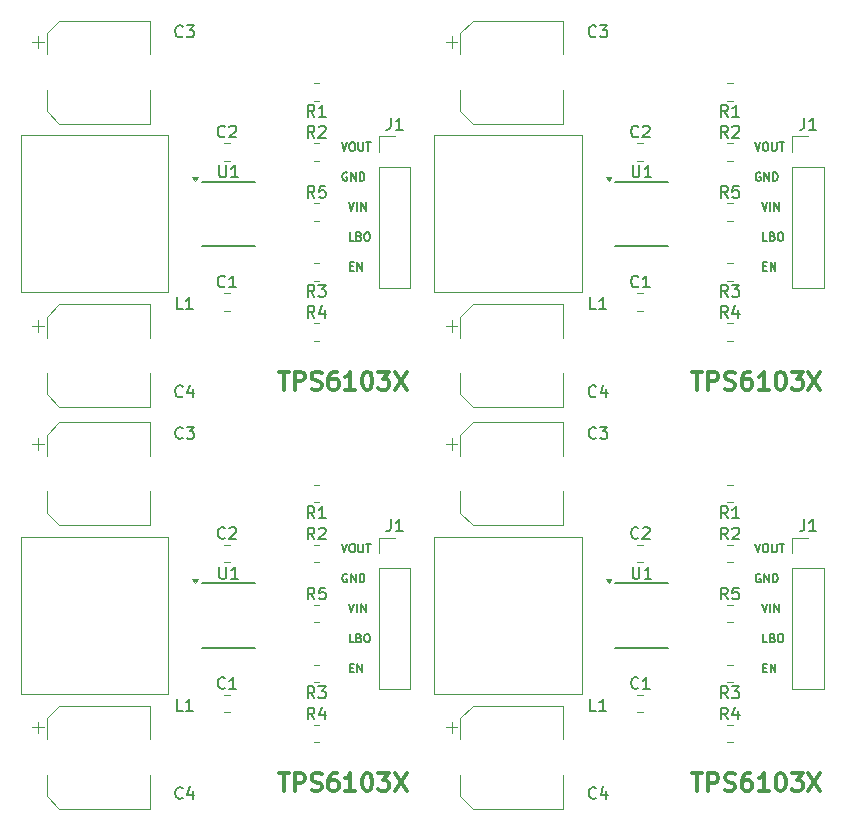
<source format=gbr>
%TF.GenerationSoftware,KiCad,Pcbnew,7.0.11+dfsg-1build4*%
%TF.CreationDate,2026-01-16T21:08:39-05:00*%
%TF.ProjectId,,58585858-5858-4585-9858-585858585858,rev?*%
%TF.SameCoordinates,Original*%
%TF.FileFunction,Legend,Top*%
%TF.FilePolarity,Positive*%
%FSLAX46Y46*%
G04 Gerber Fmt 4.6, Leading zero omitted, Abs format (unit mm)*
G04 Created by KiCad (PCBNEW 7.0.11+dfsg-1build4) date 2026-01-16 21:08:39*
%MOMM*%
%LPD*%
G01*
G04 APERTURE LIST*
%ADD10C,0.175000*%
%ADD11C,0.300000*%
%ADD12C,0.150000*%
%ADD13C,0.120000*%
G04 APERTURE END LIST*
D10*
X135675131Y-105025233D02*
X135341797Y-105025233D01*
X135341797Y-105025233D02*
X135341797Y-104325233D01*
X136141798Y-104658566D02*
X136241798Y-104691900D01*
X136241798Y-104691900D02*
X136275131Y-104725233D01*
X136275131Y-104725233D02*
X136308464Y-104791900D01*
X136308464Y-104791900D02*
X136308464Y-104891900D01*
X136308464Y-104891900D02*
X136275131Y-104958566D01*
X136275131Y-104958566D02*
X136241798Y-104991900D01*
X136241798Y-104991900D02*
X136175131Y-105025233D01*
X136175131Y-105025233D02*
X135908464Y-105025233D01*
X135908464Y-105025233D02*
X135908464Y-104325233D01*
X135908464Y-104325233D02*
X136141798Y-104325233D01*
X136141798Y-104325233D02*
X136208464Y-104358566D01*
X136208464Y-104358566D02*
X136241798Y-104391900D01*
X136241798Y-104391900D02*
X136275131Y-104458566D01*
X136275131Y-104458566D02*
X136275131Y-104525233D01*
X136275131Y-104525233D02*
X136241798Y-104591900D01*
X136241798Y-104591900D02*
X136208464Y-104625233D01*
X136208464Y-104625233D02*
X136141798Y-104658566D01*
X136141798Y-104658566D02*
X135908464Y-104658566D01*
X136741798Y-104325233D02*
X136875131Y-104325233D01*
X136875131Y-104325233D02*
X136941798Y-104358566D01*
X136941798Y-104358566D02*
X137008464Y-104425233D01*
X137008464Y-104425233D02*
X137041798Y-104558566D01*
X137041798Y-104558566D02*
X137041798Y-104791900D01*
X137041798Y-104791900D02*
X137008464Y-104925233D01*
X137008464Y-104925233D02*
X136941798Y-104991900D01*
X136941798Y-104991900D02*
X136875131Y-105025233D01*
X136875131Y-105025233D02*
X136741798Y-105025233D01*
X136741798Y-105025233D02*
X136675131Y-104991900D01*
X136675131Y-104991900D02*
X136608464Y-104925233D01*
X136608464Y-104925233D02*
X136575131Y-104791900D01*
X136575131Y-104791900D02*
X136575131Y-104558566D01*
X136575131Y-104558566D02*
X136608464Y-104425233D01*
X136608464Y-104425233D02*
X136675131Y-104358566D01*
X136675131Y-104358566D02*
X136741798Y-104325233D01*
D11*
X129320225Y-116120828D02*
X130177368Y-116120828D01*
X129748796Y-117620828D02*
X129748796Y-116120828D01*
X130677367Y-117620828D02*
X130677367Y-116120828D01*
X130677367Y-116120828D02*
X131248796Y-116120828D01*
X131248796Y-116120828D02*
X131391653Y-116192257D01*
X131391653Y-116192257D02*
X131463082Y-116263685D01*
X131463082Y-116263685D02*
X131534510Y-116406542D01*
X131534510Y-116406542D02*
X131534510Y-116620828D01*
X131534510Y-116620828D02*
X131463082Y-116763685D01*
X131463082Y-116763685D02*
X131391653Y-116835114D01*
X131391653Y-116835114D02*
X131248796Y-116906542D01*
X131248796Y-116906542D02*
X130677367Y-116906542D01*
X132105939Y-117549400D02*
X132320225Y-117620828D01*
X132320225Y-117620828D02*
X132677367Y-117620828D01*
X132677367Y-117620828D02*
X132820225Y-117549400D01*
X132820225Y-117549400D02*
X132891653Y-117477971D01*
X132891653Y-117477971D02*
X132963082Y-117335114D01*
X132963082Y-117335114D02*
X132963082Y-117192257D01*
X132963082Y-117192257D02*
X132891653Y-117049400D01*
X132891653Y-117049400D02*
X132820225Y-116977971D01*
X132820225Y-116977971D02*
X132677367Y-116906542D01*
X132677367Y-116906542D02*
X132391653Y-116835114D01*
X132391653Y-116835114D02*
X132248796Y-116763685D01*
X132248796Y-116763685D02*
X132177367Y-116692257D01*
X132177367Y-116692257D02*
X132105939Y-116549400D01*
X132105939Y-116549400D02*
X132105939Y-116406542D01*
X132105939Y-116406542D02*
X132177367Y-116263685D01*
X132177367Y-116263685D02*
X132248796Y-116192257D01*
X132248796Y-116192257D02*
X132391653Y-116120828D01*
X132391653Y-116120828D02*
X132748796Y-116120828D01*
X132748796Y-116120828D02*
X132963082Y-116192257D01*
X134248796Y-116120828D02*
X133963081Y-116120828D01*
X133963081Y-116120828D02*
X133820224Y-116192257D01*
X133820224Y-116192257D02*
X133748796Y-116263685D01*
X133748796Y-116263685D02*
X133605938Y-116477971D01*
X133605938Y-116477971D02*
X133534510Y-116763685D01*
X133534510Y-116763685D02*
X133534510Y-117335114D01*
X133534510Y-117335114D02*
X133605938Y-117477971D01*
X133605938Y-117477971D02*
X133677367Y-117549400D01*
X133677367Y-117549400D02*
X133820224Y-117620828D01*
X133820224Y-117620828D02*
X134105938Y-117620828D01*
X134105938Y-117620828D02*
X134248796Y-117549400D01*
X134248796Y-117549400D02*
X134320224Y-117477971D01*
X134320224Y-117477971D02*
X134391653Y-117335114D01*
X134391653Y-117335114D02*
X134391653Y-116977971D01*
X134391653Y-116977971D02*
X134320224Y-116835114D01*
X134320224Y-116835114D02*
X134248796Y-116763685D01*
X134248796Y-116763685D02*
X134105938Y-116692257D01*
X134105938Y-116692257D02*
X133820224Y-116692257D01*
X133820224Y-116692257D02*
X133677367Y-116763685D01*
X133677367Y-116763685D02*
X133605938Y-116835114D01*
X133605938Y-116835114D02*
X133534510Y-116977971D01*
X135820224Y-117620828D02*
X134963081Y-117620828D01*
X135391652Y-117620828D02*
X135391652Y-116120828D01*
X135391652Y-116120828D02*
X135248795Y-116335114D01*
X135248795Y-116335114D02*
X135105938Y-116477971D01*
X135105938Y-116477971D02*
X134963081Y-116549400D01*
X136748795Y-116120828D02*
X136891652Y-116120828D01*
X136891652Y-116120828D02*
X137034509Y-116192257D01*
X137034509Y-116192257D02*
X137105938Y-116263685D01*
X137105938Y-116263685D02*
X137177366Y-116406542D01*
X137177366Y-116406542D02*
X137248795Y-116692257D01*
X137248795Y-116692257D02*
X137248795Y-117049400D01*
X137248795Y-117049400D02*
X137177366Y-117335114D01*
X137177366Y-117335114D02*
X137105938Y-117477971D01*
X137105938Y-117477971D02*
X137034509Y-117549400D01*
X137034509Y-117549400D02*
X136891652Y-117620828D01*
X136891652Y-117620828D02*
X136748795Y-117620828D01*
X136748795Y-117620828D02*
X136605938Y-117549400D01*
X136605938Y-117549400D02*
X136534509Y-117477971D01*
X136534509Y-117477971D02*
X136463080Y-117335114D01*
X136463080Y-117335114D02*
X136391652Y-117049400D01*
X136391652Y-117049400D02*
X136391652Y-116692257D01*
X136391652Y-116692257D02*
X136463080Y-116406542D01*
X136463080Y-116406542D02*
X136534509Y-116263685D01*
X136534509Y-116263685D02*
X136605938Y-116192257D01*
X136605938Y-116192257D02*
X136748795Y-116120828D01*
X137748794Y-116120828D02*
X138677366Y-116120828D01*
X138677366Y-116120828D02*
X138177366Y-116692257D01*
X138177366Y-116692257D02*
X138391651Y-116692257D01*
X138391651Y-116692257D02*
X138534509Y-116763685D01*
X138534509Y-116763685D02*
X138605937Y-116835114D01*
X138605937Y-116835114D02*
X138677366Y-116977971D01*
X138677366Y-116977971D02*
X138677366Y-117335114D01*
X138677366Y-117335114D02*
X138605937Y-117477971D01*
X138605937Y-117477971D02*
X138534509Y-117549400D01*
X138534509Y-117549400D02*
X138391651Y-117620828D01*
X138391651Y-117620828D02*
X137963080Y-117620828D01*
X137963080Y-117620828D02*
X137820223Y-117549400D01*
X137820223Y-117549400D02*
X137748794Y-117477971D01*
X139177365Y-116120828D02*
X140177365Y-117620828D01*
X140177365Y-116120828D02*
X139177365Y-117620828D01*
D10*
X135341797Y-107198566D02*
X135575131Y-107198566D01*
X135675131Y-107565233D02*
X135341797Y-107565233D01*
X135341797Y-107565233D02*
X135341797Y-106865233D01*
X135341797Y-106865233D02*
X135675131Y-106865233D01*
X135975130Y-107565233D02*
X135975130Y-106865233D01*
X135975130Y-106865233D02*
X136375130Y-107565233D01*
X136375130Y-107565233D02*
X136375130Y-106865233D01*
X135108464Y-99278566D02*
X135041797Y-99245233D01*
X135041797Y-99245233D02*
X134941797Y-99245233D01*
X134941797Y-99245233D02*
X134841797Y-99278566D01*
X134841797Y-99278566D02*
X134775131Y-99345233D01*
X134775131Y-99345233D02*
X134741797Y-99411900D01*
X134741797Y-99411900D02*
X134708464Y-99545233D01*
X134708464Y-99545233D02*
X134708464Y-99645233D01*
X134708464Y-99645233D02*
X134741797Y-99778566D01*
X134741797Y-99778566D02*
X134775131Y-99845233D01*
X134775131Y-99845233D02*
X134841797Y-99911900D01*
X134841797Y-99911900D02*
X134941797Y-99945233D01*
X134941797Y-99945233D02*
X135008464Y-99945233D01*
X135008464Y-99945233D02*
X135108464Y-99911900D01*
X135108464Y-99911900D02*
X135141797Y-99878566D01*
X135141797Y-99878566D02*
X135141797Y-99645233D01*
X135141797Y-99645233D02*
X135008464Y-99645233D01*
X135441797Y-99945233D02*
X135441797Y-99245233D01*
X135441797Y-99245233D02*
X135841797Y-99945233D01*
X135841797Y-99945233D02*
X135841797Y-99245233D01*
X136175130Y-99945233D02*
X136175130Y-99245233D01*
X136175130Y-99245233D02*
X136341797Y-99245233D01*
X136341797Y-99245233D02*
X136441797Y-99278566D01*
X136441797Y-99278566D02*
X136508464Y-99345233D01*
X136508464Y-99345233D02*
X136541797Y-99411900D01*
X136541797Y-99411900D02*
X136575130Y-99545233D01*
X136575130Y-99545233D02*
X136575130Y-99645233D01*
X136575130Y-99645233D02*
X136541797Y-99778566D01*
X136541797Y-99778566D02*
X136508464Y-99845233D01*
X136508464Y-99845233D02*
X136441797Y-99911900D01*
X136441797Y-99911900D02*
X136341797Y-99945233D01*
X136341797Y-99945233D02*
X136175130Y-99945233D01*
X135241797Y-101785233D02*
X135475131Y-102485233D01*
X135475131Y-102485233D02*
X135708464Y-101785233D01*
X135941797Y-102485233D02*
X135941797Y-101785233D01*
X136275130Y-102485233D02*
X136275130Y-101785233D01*
X136275130Y-101785233D02*
X136675130Y-102485233D01*
X136675130Y-102485233D02*
X136675130Y-101785233D01*
X134641797Y-96705233D02*
X134875131Y-97405233D01*
X134875131Y-97405233D02*
X135108464Y-96705233D01*
X135475131Y-96705233D02*
X135608464Y-96705233D01*
X135608464Y-96705233D02*
X135675131Y-96738566D01*
X135675131Y-96738566D02*
X135741797Y-96805233D01*
X135741797Y-96805233D02*
X135775131Y-96938566D01*
X135775131Y-96938566D02*
X135775131Y-97171900D01*
X135775131Y-97171900D02*
X135741797Y-97305233D01*
X135741797Y-97305233D02*
X135675131Y-97371900D01*
X135675131Y-97371900D02*
X135608464Y-97405233D01*
X135608464Y-97405233D02*
X135475131Y-97405233D01*
X135475131Y-97405233D02*
X135408464Y-97371900D01*
X135408464Y-97371900D02*
X135341797Y-97305233D01*
X135341797Y-97305233D02*
X135308464Y-97171900D01*
X135308464Y-97171900D02*
X135308464Y-96938566D01*
X135308464Y-96938566D02*
X135341797Y-96805233D01*
X135341797Y-96805233D02*
X135408464Y-96738566D01*
X135408464Y-96738566D02*
X135475131Y-96705233D01*
X136075130Y-96705233D02*
X136075130Y-97271900D01*
X136075130Y-97271900D02*
X136108464Y-97338566D01*
X136108464Y-97338566D02*
X136141797Y-97371900D01*
X136141797Y-97371900D02*
X136208464Y-97405233D01*
X136208464Y-97405233D02*
X136341797Y-97405233D01*
X136341797Y-97405233D02*
X136408464Y-97371900D01*
X136408464Y-97371900D02*
X136441797Y-97338566D01*
X136441797Y-97338566D02*
X136475130Y-97271900D01*
X136475130Y-97271900D02*
X136475130Y-96705233D01*
X136708463Y-96705233D02*
X137108463Y-96705233D01*
X136908463Y-97405233D02*
X136908463Y-96705233D01*
X100675131Y-105025233D02*
X100341797Y-105025233D01*
X100341797Y-105025233D02*
X100341797Y-104325233D01*
X101141798Y-104658566D02*
X101241798Y-104691900D01*
X101241798Y-104691900D02*
X101275131Y-104725233D01*
X101275131Y-104725233D02*
X101308464Y-104791900D01*
X101308464Y-104791900D02*
X101308464Y-104891900D01*
X101308464Y-104891900D02*
X101275131Y-104958566D01*
X101275131Y-104958566D02*
X101241798Y-104991900D01*
X101241798Y-104991900D02*
X101175131Y-105025233D01*
X101175131Y-105025233D02*
X100908464Y-105025233D01*
X100908464Y-105025233D02*
X100908464Y-104325233D01*
X100908464Y-104325233D02*
X101141798Y-104325233D01*
X101141798Y-104325233D02*
X101208464Y-104358566D01*
X101208464Y-104358566D02*
X101241798Y-104391900D01*
X101241798Y-104391900D02*
X101275131Y-104458566D01*
X101275131Y-104458566D02*
X101275131Y-104525233D01*
X101275131Y-104525233D02*
X101241798Y-104591900D01*
X101241798Y-104591900D02*
X101208464Y-104625233D01*
X101208464Y-104625233D02*
X101141798Y-104658566D01*
X101141798Y-104658566D02*
X100908464Y-104658566D01*
X101741798Y-104325233D02*
X101875131Y-104325233D01*
X101875131Y-104325233D02*
X101941798Y-104358566D01*
X101941798Y-104358566D02*
X102008464Y-104425233D01*
X102008464Y-104425233D02*
X102041798Y-104558566D01*
X102041798Y-104558566D02*
X102041798Y-104791900D01*
X102041798Y-104791900D02*
X102008464Y-104925233D01*
X102008464Y-104925233D02*
X101941798Y-104991900D01*
X101941798Y-104991900D02*
X101875131Y-105025233D01*
X101875131Y-105025233D02*
X101741798Y-105025233D01*
X101741798Y-105025233D02*
X101675131Y-104991900D01*
X101675131Y-104991900D02*
X101608464Y-104925233D01*
X101608464Y-104925233D02*
X101575131Y-104791900D01*
X101575131Y-104791900D02*
X101575131Y-104558566D01*
X101575131Y-104558566D02*
X101608464Y-104425233D01*
X101608464Y-104425233D02*
X101675131Y-104358566D01*
X101675131Y-104358566D02*
X101741798Y-104325233D01*
D11*
X94320225Y-116120828D02*
X95177368Y-116120828D01*
X94748796Y-117620828D02*
X94748796Y-116120828D01*
X95677367Y-117620828D02*
X95677367Y-116120828D01*
X95677367Y-116120828D02*
X96248796Y-116120828D01*
X96248796Y-116120828D02*
X96391653Y-116192257D01*
X96391653Y-116192257D02*
X96463082Y-116263685D01*
X96463082Y-116263685D02*
X96534510Y-116406542D01*
X96534510Y-116406542D02*
X96534510Y-116620828D01*
X96534510Y-116620828D02*
X96463082Y-116763685D01*
X96463082Y-116763685D02*
X96391653Y-116835114D01*
X96391653Y-116835114D02*
X96248796Y-116906542D01*
X96248796Y-116906542D02*
X95677367Y-116906542D01*
X97105939Y-117549400D02*
X97320225Y-117620828D01*
X97320225Y-117620828D02*
X97677367Y-117620828D01*
X97677367Y-117620828D02*
X97820225Y-117549400D01*
X97820225Y-117549400D02*
X97891653Y-117477971D01*
X97891653Y-117477971D02*
X97963082Y-117335114D01*
X97963082Y-117335114D02*
X97963082Y-117192257D01*
X97963082Y-117192257D02*
X97891653Y-117049400D01*
X97891653Y-117049400D02*
X97820225Y-116977971D01*
X97820225Y-116977971D02*
X97677367Y-116906542D01*
X97677367Y-116906542D02*
X97391653Y-116835114D01*
X97391653Y-116835114D02*
X97248796Y-116763685D01*
X97248796Y-116763685D02*
X97177367Y-116692257D01*
X97177367Y-116692257D02*
X97105939Y-116549400D01*
X97105939Y-116549400D02*
X97105939Y-116406542D01*
X97105939Y-116406542D02*
X97177367Y-116263685D01*
X97177367Y-116263685D02*
X97248796Y-116192257D01*
X97248796Y-116192257D02*
X97391653Y-116120828D01*
X97391653Y-116120828D02*
X97748796Y-116120828D01*
X97748796Y-116120828D02*
X97963082Y-116192257D01*
X99248796Y-116120828D02*
X98963081Y-116120828D01*
X98963081Y-116120828D02*
X98820224Y-116192257D01*
X98820224Y-116192257D02*
X98748796Y-116263685D01*
X98748796Y-116263685D02*
X98605938Y-116477971D01*
X98605938Y-116477971D02*
X98534510Y-116763685D01*
X98534510Y-116763685D02*
X98534510Y-117335114D01*
X98534510Y-117335114D02*
X98605938Y-117477971D01*
X98605938Y-117477971D02*
X98677367Y-117549400D01*
X98677367Y-117549400D02*
X98820224Y-117620828D01*
X98820224Y-117620828D02*
X99105938Y-117620828D01*
X99105938Y-117620828D02*
X99248796Y-117549400D01*
X99248796Y-117549400D02*
X99320224Y-117477971D01*
X99320224Y-117477971D02*
X99391653Y-117335114D01*
X99391653Y-117335114D02*
X99391653Y-116977971D01*
X99391653Y-116977971D02*
X99320224Y-116835114D01*
X99320224Y-116835114D02*
X99248796Y-116763685D01*
X99248796Y-116763685D02*
X99105938Y-116692257D01*
X99105938Y-116692257D02*
X98820224Y-116692257D01*
X98820224Y-116692257D02*
X98677367Y-116763685D01*
X98677367Y-116763685D02*
X98605938Y-116835114D01*
X98605938Y-116835114D02*
X98534510Y-116977971D01*
X100820224Y-117620828D02*
X99963081Y-117620828D01*
X100391652Y-117620828D02*
X100391652Y-116120828D01*
X100391652Y-116120828D02*
X100248795Y-116335114D01*
X100248795Y-116335114D02*
X100105938Y-116477971D01*
X100105938Y-116477971D02*
X99963081Y-116549400D01*
X101748795Y-116120828D02*
X101891652Y-116120828D01*
X101891652Y-116120828D02*
X102034509Y-116192257D01*
X102034509Y-116192257D02*
X102105938Y-116263685D01*
X102105938Y-116263685D02*
X102177366Y-116406542D01*
X102177366Y-116406542D02*
X102248795Y-116692257D01*
X102248795Y-116692257D02*
X102248795Y-117049400D01*
X102248795Y-117049400D02*
X102177366Y-117335114D01*
X102177366Y-117335114D02*
X102105938Y-117477971D01*
X102105938Y-117477971D02*
X102034509Y-117549400D01*
X102034509Y-117549400D02*
X101891652Y-117620828D01*
X101891652Y-117620828D02*
X101748795Y-117620828D01*
X101748795Y-117620828D02*
X101605938Y-117549400D01*
X101605938Y-117549400D02*
X101534509Y-117477971D01*
X101534509Y-117477971D02*
X101463080Y-117335114D01*
X101463080Y-117335114D02*
X101391652Y-117049400D01*
X101391652Y-117049400D02*
X101391652Y-116692257D01*
X101391652Y-116692257D02*
X101463080Y-116406542D01*
X101463080Y-116406542D02*
X101534509Y-116263685D01*
X101534509Y-116263685D02*
X101605938Y-116192257D01*
X101605938Y-116192257D02*
X101748795Y-116120828D01*
X102748794Y-116120828D02*
X103677366Y-116120828D01*
X103677366Y-116120828D02*
X103177366Y-116692257D01*
X103177366Y-116692257D02*
X103391651Y-116692257D01*
X103391651Y-116692257D02*
X103534509Y-116763685D01*
X103534509Y-116763685D02*
X103605937Y-116835114D01*
X103605937Y-116835114D02*
X103677366Y-116977971D01*
X103677366Y-116977971D02*
X103677366Y-117335114D01*
X103677366Y-117335114D02*
X103605937Y-117477971D01*
X103605937Y-117477971D02*
X103534509Y-117549400D01*
X103534509Y-117549400D02*
X103391651Y-117620828D01*
X103391651Y-117620828D02*
X102963080Y-117620828D01*
X102963080Y-117620828D02*
X102820223Y-117549400D01*
X102820223Y-117549400D02*
X102748794Y-117477971D01*
X104177365Y-116120828D02*
X105177365Y-117620828D01*
X105177365Y-116120828D02*
X104177365Y-117620828D01*
D10*
X100341797Y-107198566D02*
X100575131Y-107198566D01*
X100675131Y-107565233D02*
X100341797Y-107565233D01*
X100341797Y-107565233D02*
X100341797Y-106865233D01*
X100341797Y-106865233D02*
X100675131Y-106865233D01*
X100975130Y-107565233D02*
X100975130Y-106865233D01*
X100975130Y-106865233D02*
X101375130Y-107565233D01*
X101375130Y-107565233D02*
X101375130Y-106865233D01*
X100108464Y-99278566D02*
X100041797Y-99245233D01*
X100041797Y-99245233D02*
X99941797Y-99245233D01*
X99941797Y-99245233D02*
X99841797Y-99278566D01*
X99841797Y-99278566D02*
X99775131Y-99345233D01*
X99775131Y-99345233D02*
X99741797Y-99411900D01*
X99741797Y-99411900D02*
X99708464Y-99545233D01*
X99708464Y-99545233D02*
X99708464Y-99645233D01*
X99708464Y-99645233D02*
X99741797Y-99778566D01*
X99741797Y-99778566D02*
X99775131Y-99845233D01*
X99775131Y-99845233D02*
X99841797Y-99911900D01*
X99841797Y-99911900D02*
X99941797Y-99945233D01*
X99941797Y-99945233D02*
X100008464Y-99945233D01*
X100008464Y-99945233D02*
X100108464Y-99911900D01*
X100108464Y-99911900D02*
X100141797Y-99878566D01*
X100141797Y-99878566D02*
X100141797Y-99645233D01*
X100141797Y-99645233D02*
X100008464Y-99645233D01*
X100441797Y-99945233D02*
X100441797Y-99245233D01*
X100441797Y-99245233D02*
X100841797Y-99945233D01*
X100841797Y-99945233D02*
X100841797Y-99245233D01*
X101175130Y-99945233D02*
X101175130Y-99245233D01*
X101175130Y-99245233D02*
X101341797Y-99245233D01*
X101341797Y-99245233D02*
X101441797Y-99278566D01*
X101441797Y-99278566D02*
X101508464Y-99345233D01*
X101508464Y-99345233D02*
X101541797Y-99411900D01*
X101541797Y-99411900D02*
X101575130Y-99545233D01*
X101575130Y-99545233D02*
X101575130Y-99645233D01*
X101575130Y-99645233D02*
X101541797Y-99778566D01*
X101541797Y-99778566D02*
X101508464Y-99845233D01*
X101508464Y-99845233D02*
X101441797Y-99911900D01*
X101441797Y-99911900D02*
X101341797Y-99945233D01*
X101341797Y-99945233D02*
X101175130Y-99945233D01*
X100241797Y-101785233D02*
X100475131Y-102485233D01*
X100475131Y-102485233D02*
X100708464Y-101785233D01*
X100941797Y-102485233D02*
X100941797Y-101785233D01*
X101275130Y-102485233D02*
X101275130Y-101785233D01*
X101275130Y-101785233D02*
X101675130Y-102485233D01*
X101675130Y-102485233D02*
X101675130Y-101785233D01*
X99641797Y-96705233D02*
X99875131Y-97405233D01*
X99875131Y-97405233D02*
X100108464Y-96705233D01*
X100475131Y-96705233D02*
X100608464Y-96705233D01*
X100608464Y-96705233D02*
X100675131Y-96738566D01*
X100675131Y-96738566D02*
X100741797Y-96805233D01*
X100741797Y-96805233D02*
X100775131Y-96938566D01*
X100775131Y-96938566D02*
X100775131Y-97171900D01*
X100775131Y-97171900D02*
X100741797Y-97305233D01*
X100741797Y-97305233D02*
X100675131Y-97371900D01*
X100675131Y-97371900D02*
X100608464Y-97405233D01*
X100608464Y-97405233D02*
X100475131Y-97405233D01*
X100475131Y-97405233D02*
X100408464Y-97371900D01*
X100408464Y-97371900D02*
X100341797Y-97305233D01*
X100341797Y-97305233D02*
X100308464Y-97171900D01*
X100308464Y-97171900D02*
X100308464Y-96938566D01*
X100308464Y-96938566D02*
X100341797Y-96805233D01*
X100341797Y-96805233D02*
X100408464Y-96738566D01*
X100408464Y-96738566D02*
X100475131Y-96705233D01*
X101075130Y-96705233D02*
X101075130Y-97271900D01*
X101075130Y-97271900D02*
X101108464Y-97338566D01*
X101108464Y-97338566D02*
X101141797Y-97371900D01*
X101141797Y-97371900D02*
X101208464Y-97405233D01*
X101208464Y-97405233D02*
X101341797Y-97405233D01*
X101341797Y-97405233D02*
X101408464Y-97371900D01*
X101408464Y-97371900D02*
X101441797Y-97338566D01*
X101441797Y-97338566D02*
X101475130Y-97271900D01*
X101475130Y-97271900D02*
X101475130Y-96705233D01*
X101708463Y-96705233D02*
X102108463Y-96705233D01*
X101908463Y-97405233D02*
X101908463Y-96705233D01*
X135675131Y-71025233D02*
X135341797Y-71025233D01*
X135341797Y-71025233D02*
X135341797Y-70325233D01*
X136141798Y-70658566D02*
X136241798Y-70691900D01*
X136241798Y-70691900D02*
X136275131Y-70725233D01*
X136275131Y-70725233D02*
X136308464Y-70791900D01*
X136308464Y-70791900D02*
X136308464Y-70891900D01*
X136308464Y-70891900D02*
X136275131Y-70958566D01*
X136275131Y-70958566D02*
X136241798Y-70991900D01*
X136241798Y-70991900D02*
X136175131Y-71025233D01*
X136175131Y-71025233D02*
X135908464Y-71025233D01*
X135908464Y-71025233D02*
X135908464Y-70325233D01*
X135908464Y-70325233D02*
X136141798Y-70325233D01*
X136141798Y-70325233D02*
X136208464Y-70358566D01*
X136208464Y-70358566D02*
X136241798Y-70391900D01*
X136241798Y-70391900D02*
X136275131Y-70458566D01*
X136275131Y-70458566D02*
X136275131Y-70525233D01*
X136275131Y-70525233D02*
X136241798Y-70591900D01*
X136241798Y-70591900D02*
X136208464Y-70625233D01*
X136208464Y-70625233D02*
X136141798Y-70658566D01*
X136141798Y-70658566D02*
X135908464Y-70658566D01*
X136741798Y-70325233D02*
X136875131Y-70325233D01*
X136875131Y-70325233D02*
X136941798Y-70358566D01*
X136941798Y-70358566D02*
X137008464Y-70425233D01*
X137008464Y-70425233D02*
X137041798Y-70558566D01*
X137041798Y-70558566D02*
X137041798Y-70791900D01*
X137041798Y-70791900D02*
X137008464Y-70925233D01*
X137008464Y-70925233D02*
X136941798Y-70991900D01*
X136941798Y-70991900D02*
X136875131Y-71025233D01*
X136875131Y-71025233D02*
X136741798Y-71025233D01*
X136741798Y-71025233D02*
X136675131Y-70991900D01*
X136675131Y-70991900D02*
X136608464Y-70925233D01*
X136608464Y-70925233D02*
X136575131Y-70791900D01*
X136575131Y-70791900D02*
X136575131Y-70558566D01*
X136575131Y-70558566D02*
X136608464Y-70425233D01*
X136608464Y-70425233D02*
X136675131Y-70358566D01*
X136675131Y-70358566D02*
X136741798Y-70325233D01*
D11*
X129320225Y-82120828D02*
X130177368Y-82120828D01*
X129748796Y-83620828D02*
X129748796Y-82120828D01*
X130677367Y-83620828D02*
X130677367Y-82120828D01*
X130677367Y-82120828D02*
X131248796Y-82120828D01*
X131248796Y-82120828D02*
X131391653Y-82192257D01*
X131391653Y-82192257D02*
X131463082Y-82263685D01*
X131463082Y-82263685D02*
X131534510Y-82406542D01*
X131534510Y-82406542D02*
X131534510Y-82620828D01*
X131534510Y-82620828D02*
X131463082Y-82763685D01*
X131463082Y-82763685D02*
X131391653Y-82835114D01*
X131391653Y-82835114D02*
X131248796Y-82906542D01*
X131248796Y-82906542D02*
X130677367Y-82906542D01*
X132105939Y-83549400D02*
X132320225Y-83620828D01*
X132320225Y-83620828D02*
X132677367Y-83620828D01*
X132677367Y-83620828D02*
X132820225Y-83549400D01*
X132820225Y-83549400D02*
X132891653Y-83477971D01*
X132891653Y-83477971D02*
X132963082Y-83335114D01*
X132963082Y-83335114D02*
X132963082Y-83192257D01*
X132963082Y-83192257D02*
X132891653Y-83049400D01*
X132891653Y-83049400D02*
X132820225Y-82977971D01*
X132820225Y-82977971D02*
X132677367Y-82906542D01*
X132677367Y-82906542D02*
X132391653Y-82835114D01*
X132391653Y-82835114D02*
X132248796Y-82763685D01*
X132248796Y-82763685D02*
X132177367Y-82692257D01*
X132177367Y-82692257D02*
X132105939Y-82549400D01*
X132105939Y-82549400D02*
X132105939Y-82406542D01*
X132105939Y-82406542D02*
X132177367Y-82263685D01*
X132177367Y-82263685D02*
X132248796Y-82192257D01*
X132248796Y-82192257D02*
X132391653Y-82120828D01*
X132391653Y-82120828D02*
X132748796Y-82120828D01*
X132748796Y-82120828D02*
X132963082Y-82192257D01*
X134248796Y-82120828D02*
X133963081Y-82120828D01*
X133963081Y-82120828D02*
X133820224Y-82192257D01*
X133820224Y-82192257D02*
X133748796Y-82263685D01*
X133748796Y-82263685D02*
X133605938Y-82477971D01*
X133605938Y-82477971D02*
X133534510Y-82763685D01*
X133534510Y-82763685D02*
X133534510Y-83335114D01*
X133534510Y-83335114D02*
X133605938Y-83477971D01*
X133605938Y-83477971D02*
X133677367Y-83549400D01*
X133677367Y-83549400D02*
X133820224Y-83620828D01*
X133820224Y-83620828D02*
X134105938Y-83620828D01*
X134105938Y-83620828D02*
X134248796Y-83549400D01*
X134248796Y-83549400D02*
X134320224Y-83477971D01*
X134320224Y-83477971D02*
X134391653Y-83335114D01*
X134391653Y-83335114D02*
X134391653Y-82977971D01*
X134391653Y-82977971D02*
X134320224Y-82835114D01*
X134320224Y-82835114D02*
X134248796Y-82763685D01*
X134248796Y-82763685D02*
X134105938Y-82692257D01*
X134105938Y-82692257D02*
X133820224Y-82692257D01*
X133820224Y-82692257D02*
X133677367Y-82763685D01*
X133677367Y-82763685D02*
X133605938Y-82835114D01*
X133605938Y-82835114D02*
X133534510Y-82977971D01*
X135820224Y-83620828D02*
X134963081Y-83620828D01*
X135391652Y-83620828D02*
X135391652Y-82120828D01*
X135391652Y-82120828D02*
X135248795Y-82335114D01*
X135248795Y-82335114D02*
X135105938Y-82477971D01*
X135105938Y-82477971D02*
X134963081Y-82549400D01*
X136748795Y-82120828D02*
X136891652Y-82120828D01*
X136891652Y-82120828D02*
X137034509Y-82192257D01*
X137034509Y-82192257D02*
X137105938Y-82263685D01*
X137105938Y-82263685D02*
X137177366Y-82406542D01*
X137177366Y-82406542D02*
X137248795Y-82692257D01*
X137248795Y-82692257D02*
X137248795Y-83049400D01*
X137248795Y-83049400D02*
X137177366Y-83335114D01*
X137177366Y-83335114D02*
X137105938Y-83477971D01*
X137105938Y-83477971D02*
X137034509Y-83549400D01*
X137034509Y-83549400D02*
X136891652Y-83620828D01*
X136891652Y-83620828D02*
X136748795Y-83620828D01*
X136748795Y-83620828D02*
X136605938Y-83549400D01*
X136605938Y-83549400D02*
X136534509Y-83477971D01*
X136534509Y-83477971D02*
X136463080Y-83335114D01*
X136463080Y-83335114D02*
X136391652Y-83049400D01*
X136391652Y-83049400D02*
X136391652Y-82692257D01*
X136391652Y-82692257D02*
X136463080Y-82406542D01*
X136463080Y-82406542D02*
X136534509Y-82263685D01*
X136534509Y-82263685D02*
X136605938Y-82192257D01*
X136605938Y-82192257D02*
X136748795Y-82120828D01*
X137748794Y-82120828D02*
X138677366Y-82120828D01*
X138677366Y-82120828D02*
X138177366Y-82692257D01*
X138177366Y-82692257D02*
X138391651Y-82692257D01*
X138391651Y-82692257D02*
X138534509Y-82763685D01*
X138534509Y-82763685D02*
X138605937Y-82835114D01*
X138605937Y-82835114D02*
X138677366Y-82977971D01*
X138677366Y-82977971D02*
X138677366Y-83335114D01*
X138677366Y-83335114D02*
X138605937Y-83477971D01*
X138605937Y-83477971D02*
X138534509Y-83549400D01*
X138534509Y-83549400D02*
X138391651Y-83620828D01*
X138391651Y-83620828D02*
X137963080Y-83620828D01*
X137963080Y-83620828D02*
X137820223Y-83549400D01*
X137820223Y-83549400D02*
X137748794Y-83477971D01*
X139177365Y-82120828D02*
X140177365Y-83620828D01*
X140177365Y-82120828D02*
X139177365Y-83620828D01*
D10*
X135341797Y-73198566D02*
X135575131Y-73198566D01*
X135675131Y-73565233D02*
X135341797Y-73565233D01*
X135341797Y-73565233D02*
X135341797Y-72865233D01*
X135341797Y-72865233D02*
X135675131Y-72865233D01*
X135975130Y-73565233D02*
X135975130Y-72865233D01*
X135975130Y-72865233D02*
X136375130Y-73565233D01*
X136375130Y-73565233D02*
X136375130Y-72865233D01*
X135108464Y-65278566D02*
X135041797Y-65245233D01*
X135041797Y-65245233D02*
X134941797Y-65245233D01*
X134941797Y-65245233D02*
X134841797Y-65278566D01*
X134841797Y-65278566D02*
X134775131Y-65345233D01*
X134775131Y-65345233D02*
X134741797Y-65411900D01*
X134741797Y-65411900D02*
X134708464Y-65545233D01*
X134708464Y-65545233D02*
X134708464Y-65645233D01*
X134708464Y-65645233D02*
X134741797Y-65778566D01*
X134741797Y-65778566D02*
X134775131Y-65845233D01*
X134775131Y-65845233D02*
X134841797Y-65911900D01*
X134841797Y-65911900D02*
X134941797Y-65945233D01*
X134941797Y-65945233D02*
X135008464Y-65945233D01*
X135008464Y-65945233D02*
X135108464Y-65911900D01*
X135108464Y-65911900D02*
X135141797Y-65878566D01*
X135141797Y-65878566D02*
X135141797Y-65645233D01*
X135141797Y-65645233D02*
X135008464Y-65645233D01*
X135441797Y-65945233D02*
X135441797Y-65245233D01*
X135441797Y-65245233D02*
X135841797Y-65945233D01*
X135841797Y-65945233D02*
X135841797Y-65245233D01*
X136175130Y-65945233D02*
X136175130Y-65245233D01*
X136175130Y-65245233D02*
X136341797Y-65245233D01*
X136341797Y-65245233D02*
X136441797Y-65278566D01*
X136441797Y-65278566D02*
X136508464Y-65345233D01*
X136508464Y-65345233D02*
X136541797Y-65411900D01*
X136541797Y-65411900D02*
X136575130Y-65545233D01*
X136575130Y-65545233D02*
X136575130Y-65645233D01*
X136575130Y-65645233D02*
X136541797Y-65778566D01*
X136541797Y-65778566D02*
X136508464Y-65845233D01*
X136508464Y-65845233D02*
X136441797Y-65911900D01*
X136441797Y-65911900D02*
X136341797Y-65945233D01*
X136341797Y-65945233D02*
X136175130Y-65945233D01*
X135241797Y-67785233D02*
X135475131Y-68485233D01*
X135475131Y-68485233D02*
X135708464Y-67785233D01*
X135941797Y-68485233D02*
X135941797Y-67785233D01*
X136275130Y-68485233D02*
X136275130Y-67785233D01*
X136275130Y-67785233D02*
X136675130Y-68485233D01*
X136675130Y-68485233D02*
X136675130Y-67785233D01*
X134641797Y-62705233D02*
X134875131Y-63405233D01*
X134875131Y-63405233D02*
X135108464Y-62705233D01*
X135475131Y-62705233D02*
X135608464Y-62705233D01*
X135608464Y-62705233D02*
X135675131Y-62738566D01*
X135675131Y-62738566D02*
X135741797Y-62805233D01*
X135741797Y-62805233D02*
X135775131Y-62938566D01*
X135775131Y-62938566D02*
X135775131Y-63171900D01*
X135775131Y-63171900D02*
X135741797Y-63305233D01*
X135741797Y-63305233D02*
X135675131Y-63371900D01*
X135675131Y-63371900D02*
X135608464Y-63405233D01*
X135608464Y-63405233D02*
X135475131Y-63405233D01*
X135475131Y-63405233D02*
X135408464Y-63371900D01*
X135408464Y-63371900D02*
X135341797Y-63305233D01*
X135341797Y-63305233D02*
X135308464Y-63171900D01*
X135308464Y-63171900D02*
X135308464Y-62938566D01*
X135308464Y-62938566D02*
X135341797Y-62805233D01*
X135341797Y-62805233D02*
X135408464Y-62738566D01*
X135408464Y-62738566D02*
X135475131Y-62705233D01*
X136075130Y-62705233D02*
X136075130Y-63271900D01*
X136075130Y-63271900D02*
X136108464Y-63338566D01*
X136108464Y-63338566D02*
X136141797Y-63371900D01*
X136141797Y-63371900D02*
X136208464Y-63405233D01*
X136208464Y-63405233D02*
X136341797Y-63405233D01*
X136341797Y-63405233D02*
X136408464Y-63371900D01*
X136408464Y-63371900D02*
X136441797Y-63338566D01*
X136441797Y-63338566D02*
X136475130Y-63271900D01*
X136475130Y-63271900D02*
X136475130Y-62705233D01*
X136708463Y-62705233D02*
X137108463Y-62705233D01*
X136908463Y-63405233D02*
X136908463Y-62705233D01*
X100341797Y-73198566D02*
X100575131Y-73198566D01*
X100675131Y-73565233D02*
X100341797Y-73565233D01*
X100341797Y-73565233D02*
X100341797Y-72865233D01*
X100341797Y-72865233D02*
X100675131Y-72865233D01*
X100975130Y-73565233D02*
X100975130Y-72865233D01*
X100975130Y-72865233D02*
X101375130Y-73565233D01*
X101375130Y-73565233D02*
X101375130Y-72865233D01*
D11*
X94320225Y-82120828D02*
X95177368Y-82120828D01*
X94748796Y-83620828D02*
X94748796Y-82120828D01*
X95677367Y-83620828D02*
X95677367Y-82120828D01*
X95677367Y-82120828D02*
X96248796Y-82120828D01*
X96248796Y-82120828D02*
X96391653Y-82192257D01*
X96391653Y-82192257D02*
X96463082Y-82263685D01*
X96463082Y-82263685D02*
X96534510Y-82406542D01*
X96534510Y-82406542D02*
X96534510Y-82620828D01*
X96534510Y-82620828D02*
X96463082Y-82763685D01*
X96463082Y-82763685D02*
X96391653Y-82835114D01*
X96391653Y-82835114D02*
X96248796Y-82906542D01*
X96248796Y-82906542D02*
X95677367Y-82906542D01*
X97105939Y-83549400D02*
X97320225Y-83620828D01*
X97320225Y-83620828D02*
X97677367Y-83620828D01*
X97677367Y-83620828D02*
X97820225Y-83549400D01*
X97820225Y-83549400D02*
X97891653Y-83477971D01*
X97891653Y-83477971D02*
X97963082Y-83335114D01*
X97963082Y-83335114D02*
X97963082Y-83192257D01*
X97963082Y-83192257D02*
X97891653Y-83049400D01*
X97891653Y-83049400D02*
X97820225Y-82977971D01*
X97820225Y-82977971D02*
X97677367Y-82906542D01*
X97677367Y-82906542D02*
X97391653Y-82835114D01*
X97391653Y-82835114D02*
X97248796Y-82763685D01*
X97248796Y-82763685D02*
X97177367Y-82692257D01*
X97177367Y-82692257D02*
X97105939Y-82549400D01*
X97105939Y-82549400D02*
X97105939Y-82406542D01*
X97105939Y-82406542D02*
X97177367Y-82263685D01*
X97177367Y-82263685D02*
X97248796Y-82192257D01*
X97248796Y-82192257D02*
X97391653Y-82120828D01*
X97391653Y-82120828D02*
X97748796Y-82120828D01*
X97748796Y-82120828D02*
X97963082Y-82192257D01*
X99248796Y-82120828D02*
X98963081Y-82120828D01*
X98963081Y-82120828D02*
X98820224Y-82192257D01*
X98820224Y-82192257D02*
X98748796Y-82263685D01*
X98748796Y-82263685D02*
X98605938Y-82477971D01*
X98605938Y-82477971D02*
X98534510Y-82763685D01*
X98534510Y-82763685D02*
X98534510Y-83335114D01*
X98534510Y-83335114D02*
X98605938Y-83477971D01*
X98605938Y-83477971D02*
X98677367Y-83549400D01*
X98677367Y-83549400D02*
X98820224Y-83620828D01*
X98820224Y-83620828D02*
X99105938Y-83620828D01*
X99105938Y-83620828D02*
X99248796Y-83549400D01*
X99248796Y-83549400D02*
X99320224Y-83477971D01*
X99320224Y-83477971D02*
X99391653Y-83335114D01*
X99391653Y-83335114D02*
X99391653Y-82977971D01*
X99391653Y-82977971D02*
X99320224Y-82835114D01*
X99320224Y-82835114D02*
X99248796Y-82763685D01*
X99248796Y-82763685D02*
X99105938Y-82692257D01*
X99105938Y-82692257D02*
X98820224Y-82692257D01*
X98820224Y-82692257D02*
X98677367Y-82763685D01*
X98677367Y-82763685D02*
X98605938Y-82835114D01*
X98605938Y-82835114D02*
X98534510Y-82977971D01*
X100820224Y-83620828D02*
X99963081Y-83620828D01*
X100391652Y-83620828D02*
X100391652Y-82120828D01*
X100391652Y-82120828D02*
X100248795Y-82335114D01*
X100248795Y-82335114D02*
X100105938Y-82477971D01*
X100105938Y-82477971D02*
X99963081Y-82549400D01*
X101748795Y-82120828D02*
X101891652Y-82120828D01*
X101891652Y-82120828D02*
X102034509Y-82192257D01*
X102034509Y-82192257D02*
X102105938Y-82263685D01*
X102105938Y-82263685D02*
X102177366Y-82406542D01*
X102177366Y-82406542D02*
X102248795Y-82692257D01*
X102248795Y-82692257D02*
X102248795Y-83049400D01*
X102248795Y-83049400D02*
X102177366Y-83335114D01*
X102177366Y-83335114D02*
X102105938Y-83477971D01*
X102105938Y-83477971D02*
X102034509Y-83549400D01*
X102034509Y-83549400D02*
X101891652Y-83620828D01*
X101891652Y-83620828D02*
X101748795Y-83620828D01*
X101748795Y-83620828D02*
X101605938Y-83549400D01*
X101605938Y-83549400D02*
X101534509Y-83477971D01*
X101534509Y-83477971D02*
X101463080Y-83335114D01*
X101463080Y-83335114D02*
X101391652Y-83049400D01*
X101391652Y-83049400D02*
X101391652Y-82692257D01*
X101391652Y-82692257D02*
X101463080Y-82406542D01*
X101463080Y-82406542D02*
X101534509Y-82263685D01*
X101534509Y-82263685D02*
X101605938Y-82192257D01*
X101605938Y-82192257D02*
X101748795Y-82120828D01*
X102748794Y-82120828D02*
X103677366Y-82120828D01*
X103677366Y-82120828D02*
X103177366Y-82692257D01*
X103177366Y-82692257D02*
X103391651Y-82692257D01*
X103391651Y-82692257D02*
X103534509Y-82763685D01*
X103534509Y-82763685D02*
X103605937Y-82835114D01*
X103605937Y-82835114D02*
X103677366Y-82977971D01*
X103677366Y-82977971D02*
X103677366Y-83335114D01*
X103677366Y-83335114D02*
X103605937Y-83477971D01*
X103605937Y-83477971D02*
X103534509Y-83549400D01*
X103534509Y-83549400D02*
X103391651Y-83620828D01*
X103391651Y-83620828D02*
X102963080Y-83620828D01*
X102963080Y-83620828D02*
X102820223Y-83549400D01*
X102820223Y-83549400D02*
X102748794Y-83477971D01*
X104177365Y-82120828D02*
X105177365Y-83620828D01*
X105177365Y-82120828D02*
X104177365Y-83620828D01*
D10*
X100675131Y-71025233D02*
X100341797Y-71025233D01*
X100341797Y-71025233D02*
X100341797Y-70325233D01*
X101141798Y-70658566D02*
X101241798Y-70691900D01*
X101241798Y-70691900D02*
X101275131Y-70725233D01*
X101275131Y-70725233D02*
X101308464Y-70791900D01*
X101308464Y-70791900D02*
X101308464Y-70891900D01*
X101308464Y-70891900D02*
X101275131Y-70958566D01*
X101275131Y-70958566D02*
X101241798Y-70991900D01*
X101241798Y-70991900D02*
X101175131Y-71025233D01*
X101175131Y-71025233D02*
X100908464Y-71025233D01*
X100908464Y-71025233D02*
X100908464Y-70325233D01*
X100908464Y-70325233D02*
X101141798Y-70325233D01*
X101141798Y-70325233D02*
X101208464Y-70358566D01*
X101208464Y-70358566D02*
X101241798Y-70391900D01*
X101241798Y-70391900D02*
X101275131Y-70458566D01*
X101275131Y-70458566D02*
X101275131Y-70525233D01*
X101275131Y-70525233D02*
X101241798Y-70591900D01*
X101241798Y-70591900D02*
X101208464Y-70625233D01*
X101208464Y-70625233D02*
X101141798Y-70658566D01*
X101141798Y-70658566D02*
X100908464Y-70658566D01*
X101741798Y-70325233D02*
X101875131Y-70325233D01*
X101875131Y-70325233D02*
X101941798Y-70358566D01*
X101941798Y-70358566D02*
X102008464Y-70425233D01*
X102008464Y-70425233D02*
X102041798Y-70558566D01*
X102041798Y-70558566D02*
X102041798Y-70791900D01*
X102041798Y-70791900D02*
X102008464Y-70925233D01*
X102008464Y-70925233D02*
X101941798Y-70991900D01*
X101941798Y-70991900D02*
X101875131Y-71025233D01*
X101875131Y-71025233D02*
X101741798Y-71025233D01*
X101741798Y-71025233D02*
X101675131Y-70991900D01*
X101675131Y-70991900D02*
X101608464Y-70925233D01*
X101608464Y-70925233D02*
X101575131Y-70791900D01*
X101575131Y-70791900D02*
X101575131Y-70558566D01*
X101575131Y-70558566D02*
X101608464Y-70425233D01*
X101608464Y-70425233D02*
X101675131Y-70358566D01*
X101675131Y-70358566D02*
X101741798Y-70325233D01*
X99641797Y-62705233D02*
X99875131Y-63405233D01*
X99875131Y-63405233D02*
X100108464Y-62705233D01*
X100475131Y-62705233D02*
X100608464Y-62705233D01*
X100608464Y-62705233D02*
X100675131Y-62738566D01*
X100675131Y-62738566D02*
X100741797Y-62805233D01*
X100741797Y-62805233D02*
X100775131Y-62938566D01*
X100775131Y-62938566D02*
X100775131Y-63171900D01*
X100775131Y-63171900D02*
X100741797Y-63305233D01*
X100741797Y-63305233D02*
X100675131Y-63371900D01*
X100675131Y-63371900D02*
X100608464Y-63405233D01*
X100608464Y-63405233D02*
X100475131Y-63405233D01*
X100475131Y-63405233D02*
X100408464Y-63371900D01*
X100408464Y-63371900D02*
X100341797Y-63305233D01*
X100341797Y-63305233D02*
X100308464Y-63171900D01*
X100308464Y-63171900D02*
X100308464Y-62938566D01*
X100308464Y-62938566D02*
X100341797Y-62805233D01*
X100341797Y-62805233D02*
X100408464Y-62738566D01*
X100408464Y-62738566D02*
X100475131Y-62705233D01*
X101075130Y-62705233D02*
X101075130Y-63271900D01*
X101075130Y-63271900D02*
X101108464Y-63338566D01*
X101108464Y-63338566D02*
X101141797Y-63371900D01*
X101141797Y-63371900D02*
X101208464Y-63405233D01*
X101208464Y-63405233D02*
X101341797Y-63405233D01*
X101341797Y-63405233D02*
X101408464Y-63371900D01*
X101408464Y-63371900D02*
X101441797Y-63338566D01*
X101441797Y-63338566D02*
X101475130Y-63271900D01*
X101475130Y-63271900D02*
X101475130Y-62705233D01*
X101708463Y-62705233D02*
X102108463Y-62705233D01*
X101908463Y-63405233D02*
X101908463Y-62705233D01*
X100241797Y-67785233D02*
X100475131Y-68485233D01*
X100475131Y-68485233D02*
X100708464Y-67785233D01*
X100941797Y-68485233D02*
X100941797Y-67785233D01*
X101275130Y-68485233D02*
X101275130Y-67785233D01*
X101275130Y-67785233D02*
X101675130Y-68485233D01*
X101675130Y-68485233D02*
X101675130Y-67785233D01*
X100108464Y-65278566D02*
X100041797Y-65245233D01*
X100041797Y-65245233D02*
X99941797Y-65245233D01*
X99941797Y-65245233D02*
X99841797Y-65278566D01*
X99841797Y-65278566D02*
X99775131Y-65345233D01*
X99775131Y-65345233D02*
X99741797Y-65411900D01*
X99741797Y-65411900D02*
X99708464Y-65545233D01*
X99708464Y-65545233D02*
X99708464Y-65645233D01*
X99708464Y-65645233D02*
X99741797Y-65778566D01*
X99741797Y-65778566D02*
X99775131Y-65845233D01*
X99775131Y-65845233D02*
X99841797Y-65911900D01*
X99841797Y-65911900D02*
X99941797Y-65945233D01*
X99941797Y-65945233D02*
X100008464Y-65945233D01*
X100008464Y-65945233D02*
X100108464Y-65911900D01*
X100108464Y-65911900D02*
X100141797Y-65878566D01*
X100141797Y-65878566D02*
X100141797Y-65645233D01*
X100141797Y-65645233D02*
X100008464Y-65645233D01*
X100441797Y-65945233D02*
X100441797Y-65245233D01*
X100441797Y-65245233D02*
X100841797Y-65945233D01*
X100841797Y-65945233D02*
X100841797Y-65245233D01*
X101175130Y-65945233D02*
X101175130Y-65245233D01*
X101175130Y-65245233D02*
X101341797Y-65245233D01*
X101341797Y-65245233D02*
X101441797Y-65278566D01*
X101441797Y-65278566D02*
X101508464Y-65345233D01*
X101508464Y-65345233D02*
X101541797Y-65411900D01*
X101541797Y-65411900D02*
X101575130Y-65545233D01*
X101575130Y-65545233D02*
X101575130Y-65645233D01*
X101575130Y-65645233D02*
X101541797Y-65778566D01*
X101541797Y-65778566D02*
X101508464Y-65845233D01*
X101508464Y-65845233D02*
X101441797Y-65911900D01*
X101441797Y-65911900D02*
X101341797Y-65945233D01*
X101341797Y-65945233D02*
X101175130Y-65945233D01*
D12*
X132353333Y-111544819D02*
X132020000Y-111068628D01*
X131781905Y-111544819D02*
X131781905Y-110544819D01*
X131781905Y-110544819D02*
X132162857Y-110544819D01*
X132162857Y-110544819D02*
X132258095Y-110592438D01*
X132258095Y-110592438D02*
X132305714Y-110640057D01*
X132305714Y-110640057D02*
X132353333Y-110735295D01*
X132353333Y-110735295D02*
X132353333Y-110878152D01*
X132353333Y-110878152D02*
X132305714Y-110973390D01*
X132305714Y-110973390D02*
X132258095Y-111021009D01*
X132258095Y-111021009D02*
X132162857Y-111068628D01*
X132162857Y-111068628D02*
X131781905Y-111068628D01*
X133210476Y-110878152D02*
X133210476Y-111544819D01*
X132972381Y-110497200D02*
X132734286Y-111211485D01*
X132734286Y-111211485D02*
X133353333Y-111211485D01*
X132353333Y-109764819D02*
X132020000Y-109288628D01*
X131781905Y-109764819D02*
X131781905Y-108764819D01*
X131781905Y-108764819D02*
X132162857Y-108764819D01*
X132162857Y-108764819D02*
X132258095Y-108812438D01*
X132258095Y-108812438D02*
X132305714Y-108860057D01*
X132305714Y-108860057D02*
X132353333Y-108955295D01*
X132353333Y-108955295D02*
X132353333Y-109098152D01*
X132353333Y-109098152D02*
X132305714Y-109193390D01*
X132305714Y-109193390D02*
X132258095Y-109241009D01*
X132258095Y-109241009D02*
X132162857Y-109288628D01*
X132162857Y-109288628D02*
X131781905Y-109288628D01*
X132686667Y-108764819D02*
X133305714Y-108764819D01*
X133305714Y-108764819D02*
X132972381Y-109145771D01*
X132972381Y-109145771D02*
X133115238Y-109145771D01*
X133115238Y-109145771D02*
X133210476Y-109193390D01*
X133210476Y-109193390D02*
X133258095Y-109241009D01*
X133258095Y-109241009D02*
X133305714Y-109336247D01*
X133305714Y-109336247D02*
X133305714Y-109574342D01*
X133305714Y-109574342D02*
X133258095Y-109669580D01*
X133258095Y-109669580D02*
X133210476Y-109717200D01*
X133210476Y-109717200D02*
X133115238Y-109764819D01*
X133115238Y-109764819D02*
X132829524Y-109764819D01*
X132829524Y-109764819D02*
X132734286Y-109717200D01*
X132734286Y-109717200D02*
X132686667Y-109669580D01*
X138806666Y-94624819D02*
X138806666Y-95339104D01*
X138806666Y-95339104D02*
X138759047Y-95481961D01*
X138759047Y-95481961D02*
X138663809Y-95577200D01*
X138663809Y-95577200D02*
X138520952Y-95624819D01*
X138520952Y-95624819D02*
X138425714Y-95624819D01*
X139806666Y-95624819D02*
X139235238Y-95624819D01*
X139520952Y-95624819D02*
X139520952Y-94624819D01*
X139520952Y-94624819D02*
X139425714Y-94767676D01*
X139425714Y-94767676D02*
X139330476Y-94862914D01*
X139330476Y-94862914D02*
X139235238Y-94910533D01*
X121193333Y-87699580D02*
X121145714Y-87747200D01*
X121145714Y-87747200D02*
X121002857Y-87794819D01*
X121002857Y-87794819D02*
X120907619Y-87794819D01*
X120907619Y-87794819D02*
X120764762Y-87747200D01*
X120764762Y-87747200D02*
X120669524Y-87651961D01*
X120669524Y-87651961D02*
X120621905Y-87556723D01*
X120621905Y-87556723D02*
X120574286Y-87366247D01*
X120574286Y-87366247D02*
X120574286Y-87223390D01*
X120574286Y-87223390D02*
X120621905Y-87032914D01*
X120621905Y-87032914D02*
X120669524Y-86937676D01*
X120669524Y-86937676D02*
X120764762Y-86842438D01*
X120764762Y-86842438D02*
X120907619Y-86794819D01*
X120907619Y-86794819D02*
X121002857Y-86794819D01*
X121002857Y-86794819D02*
X121145714Y-86842438D01*
X121145714Y-86842438D02*
X121193333Y-86890057D01*
X121526667Y-86794819D02*
X122145714Y-86794819D01*
X122145714Y-86794819D02*
X121812381Y-87175771D01*
X121812381Y-87175771D02*
X121955238Y-87175771D01*
X121955238Y-87175771D02*
X122050476Y-87223390D01*
X122050476Y-87223390D02*
X122098095Y-87271009D01*
X122098095Y-87271009D02*
X122145714Y-87366247D01*
X122145714Y-87366247D02*
X122145714Y-87604342D01*
X122145714Y-87604342D02*
X122098095Y-87699580D01*
X122098095Y-87699580D02*
X122050476Y-87747200D01*
X122050476Y-87747200D02*
X121955238Y-87794819D01*
X121955238Y-87794819D02*
X121669524Y-87794819D01*
X121669524Y-87794819D02*
X121574286Y-87747200D01*
X121574286Y-87747200D02*
X121526667Y-87699580D01*
X132353333Y-101384819D02*
X132020000Y-100908628D01*
X131781905Y-101384819D02*
X131781905Y-100384819D01*
X131781905Y-100384819D02*
X132162857Y-100384819D01*
X132162857Y-100384819D02*
X132258095Y-100432438D01*
X132258095Y-100432438D02*
X132305714Y-100480057D01*
X132305714Y-100480057D02*
X132353333Y-100575295D01*
X132353333Y-100575295D02*
X132353333Y-100718152D01*
X132353333Y-100718152D02*
X132305714Y-100813390D01*
X132305714Y-100813390D02*
X132258095Y-100861009D01*
X132258095Y-100861009D02*
X132162857Y-100908628D01*
X132162857Y-100908628D02*
X131781905Y-100908628D01*
X133258095Y-100384819D02*
X132781905Y-100384819D01*
X132781905Y-100384819D02*
X132734286Y-100861009D01*
X132734286Y-100861009D02*
X132781905Y-100813390D01*
X132781905Y-100813390D02*
X132877143Y-100765771D01*
X132877143Y-100765771D02*
X133115238Y-100765771D01*
X133115238Y-100765771D02*
X133210476Y-100813390D01*
X133210476Y-100813390D02*
X133258095Y-100861009D01*
X133258095Y-100861009D02*
X133305714Y-100956247D01*
X133305714Y-100956247D02*
X133305714Y-101194342D01*
X133305714Y-101194342D02*
X133258095Y-101289580D01*
X133258095Y-101289580D02*
X133210476Y-101337200D01*
X133210476Y-101337200D02*
X133115238Y-101384819D01*
X133115238Y-101384819D02*
X132877143Y-101384819D01*
X132877143Y-101384819D02*
X132781905Y-101337200D01*
X132781905Y-101337200D02*
X132734286Y-101289580D01*
X121193333Y-118179580D02*
X121145714Y-118227200D01*
X121145714Y-118227200D02*
X121002857Y-118274819D01*
X121002857Y-118274819D02*
X120907619Y-118274819D01*
X120907619Y-118274819D02*
X120764762Y-118227200D01*
X120764762Y-118227200D02*
X120669524Y-118131961D01*
X120669524Y-118131961D02*
X120621905Y-118036723D01*
X120621905Y-118036723D02*
X120574286Y-117846247D01*
X120574286Y-117846247D02*
X120574286Y-117703390D01*
X120574286Y-117703390D02*
X120621905Y-117512914D01*
X120621905Y-117512914D02*
X120669524Y-117417676D01*
X120669524Y-117417676D02*
X120764762Y-117322438D01*
X120764762Y-117322438D02*
X120907619Y-117274819D01*
X120907619Y-117274819D02*
X121002857Y-117274819D01*
X121002857Y-117274819D02*
X121145714Y-117322438D01*
X121145714Y-117322438D02*
X121193333Y-117370057D01*
X122050476Y-117608152D02*
X122050476Y-118274819D01*
X121812381Y-117227200D02*
X121574286Y-117941485D01*
X121574286Y-117941485D02*
X122193333Y-117941485D01*
X124298095Y-98644819D02*
X124298095Y-99454342D01*
X124298095Y-99454342D02*
X124345714Y-99549580D01*
X124345714Y-99549580D02*
X124393333Y-99597200D01*
X124393333Y-99597200D02*
X124488571Y-99644819D01*
X124488571Y-99644819D02*
X124679047Y-99644819D01*
X124679047Y-99644819D02*
X124774285Y-99597200D01*
X124774285Y-99597200D02*
X124821904Y-99549580D01*
X124821904Y-99549580D02*
X124869523Y-99454342D01*
X124869523Y-99454342D02*
X124869523Y-98644819D01*
X125869523Y-99644819D02*
X125298095Y-99644819D01*
X125583809Y-99644819D02*
X125583809Y-98644819D01*
X125583809Y-98644819D02*
X125488571Y-98787676D01*
X125488571Y-98787676D02*
X125393333Y-98882914D01*
X125393333Y-98882914D02*
X125298095Y-98930533D01*
X121193333Y-110814819D02*
X120717143Y-110814819D01*
X120717143Y-110814819D02*
X120717143Y-109814819D01*
X122050476Y-110814819D02*
X121479048Y-110814819D01*
X121764762Y-110814819D02*
X121764762Y-109814819D01*
X121764762Y-109814819D02*
X121669524Y-109957676D01*
X121669524Y-109957676D02*
X121574286Y-110052914D01*
X121574286Y-110052914D02*
X121479048Y-110100533D01*
X124770833Y-108879580D02*
X124723214Y-108927200D01*
X124723214Y-108927200D02*
X124580357Y-108974819D01*
X124580357Y-108974819D02*
X124485119Y-108974819D01*
X124485119Y-108974819D02*
X124342262Y-108927200D01*
X124342262Y-108927200D02*
X124247024Y-108831961D01*
X124247024Y-108831961D02*
X124199405Y-108736723D01*
X124199405Y-108736723D02*
X124151786Y-108546247D01*
X124151786Y-108546247D02*
X124151786Y-108403390D01*
X124151786Y-108403390D02*
X124199405Y-108212914D01*
X124199405Y-108212914D02*
X124247024Y-108117676D01*
X124247024Y-108117676D02*
X124342262Y-108022438D01*
X124342262Y-108022438D02*
X124485119Y-107974819D01*
X124485119Y-107974819D02*
X124580357Y-107974819D01*
X124580357Y-107974819D02*
X124723214Y-108022438D01*
X124723214Y-108022438D02*
X124770833Y-108070057D01*
X125723214Y-108974819D02*
X125151786Y-108974819D01*
X125437500Y-108974819D02*
X125437500Y-107974819D01*
X125437500Y-107974819D02*
X125342262Y-108117676D01*
X125342262Y-108117676D02*
X125247024Y-108212914D01*
X125247024Y-108212914D02*
X125151786Y-108260533D01*
X132353333Y-94524819D02*
X132020000Y-94048628D01*
X131781905Y-94524819D02*
X131781905Y-93524819D01*
X131781905Y-93524819D02*
X132162857Y-93524819D01*
X132162857Y-93524819D02*
X132258095Y-93572438D01*
X132258095Y-93572438D02*
X132305714Y-93620057D01*
X132305714Y-93620057D02*
X132353333Y-93715295D01*
X132353333Y-93715295D02*
X132353333Y-93858152D01*
X132353333Y-93858152D02*
X132305714Y-93953390D01*
X132305714Y-93953390D02*
X132258095Y-94001009D01*
X132258095Y-94001009D02*
X132162857Y-94048628D01*
X132162857Y-94048628D02*
X131781905Y-94048628D01*
X133305714Y-94524819D02*
X132734286Y-94524819D01*
X133020000Y-94524819D02*
X133020000Y-93524819D01*
X133020000Y-93524819D02*
X132924762Y-93667676D01*
X132924762Y-93667676D02*
X132829524Y-93762914D01*
X132829524Y-93762914D02*
X132734286Y-93810533D01*
X132353333Y-96304819D02*
X132020000Y-95828628D01*
X131781905Y-96304819D02*
X131781905Y-95304819D01*
X131781905Y-95304819D02*
X132162857Y-95304819D01*
X132162857Y-95304819D02*
X132258095Y-95352438D01*
X132258095Y-95352438D02*
X132305714Y-95400057D01*
X132305714Y-95400057D02*
X132353333Y-95495295D01*
X132353333Y-95495295D02*
X132353333Y-95638152D01*
X132353333Y-95638152D02*
X132305714Y-95733390D01*
X132305714Y-95733390D02*
X132258095Y-95781009D01*
X132258095Y-95781009D02*
X132162857Y-95828628D01*
X132162857Y-95828628D02*
X131781905Y-95828628D01*
X132734286Y-95400057D02*
X132781905Y-95352438D01*
X132781905Y-95352438D02*
X132877143Y-95304819D01*
X132877143Y-95304819D02*
X133115238Y-95304819D01*
X133115238Y-95304819D02*
X133210476Y-95352438D01*
X133210476Y-95352438D02*
X133258095Y-95400057D01*
X133258095Y-95400057D02*
X133305714Y-95495295D01*
X133305714Y-95495295D02*
X133305714Y-95590533D01*
X133305714Y-95590533D02*
X133258095Y-95733390D01*
X133258095Y-95733390D02*
X132686667Y-96304819D01*
X132686667Y-96304819D02*
X133305714Y-96304819D01*
X124770833Y-96179580D02*
X124723214Y-96227200D01*
X124723214Y-96227200D02*
X124580357Y-96274819D01*
X124580357Y-96274819D02*
X124485119Y-96274819D01*
X124485119Y-96274819D02*
X124342262Y-96227200D01*
X124342262Y-96227200D02*
X124247024Y-96131961D01*
X124247024Y-96131961D02*
X124199405Y-96036723D01*
X124199405Y-96036723D02*
X124151786Y-95846247D01*
X124151786Y-95846247D02*
X124151786Y-95703390D01*
X124151786Y-95703390D02*
X124199405Y-95512914D01*
X124199405Y-95512914D02*
X124247024Y-95417676D01*
X124247024Y-95417676D02*
X124342262Y-95322438D01*
X124342262Y-95322438D02*
X124485119Y-95274819D01*
X124485119Y-95274819D02*
X124580357Y-95274819D01*
X124580357Y-95274819D02*
X124723214Y-95322438D01*
X124723214Y-95322438D02*
X124770833Y-95370057D01*
X125151786Y-95370057D02*
X125199405Y-95322438D01*
X125199405Y-95322438D02*
X125294643Y-95274819D01*
X125294643Y-95274819D02*
X125532738Y-95274819D01*
X125532738Y-95274819D02*
X125627976Y-95322438D01*
X125627976Y-95322438D02*
X125675595Y-95370057D01*
X125675595Y-95370057D02*
X125723214Y-95465295D01*
X125723214Y-95465295D02*
X125723214Y-95560533D01*
X125723214Y-95560533D02*
X125675595Y-95703390D01*
X125675595Y-95703390D02*
X125104167Y-96274819D01*
X125104167Y-96274819D02*
X125723214Y-96274819D01*
X97353333Y-111544819D02*
X97020000Y-111068628D01*
X96781905Y-111544819D02*
X96781905Y-110544819D01*
X96781905Y-110544819D02*
X97162857Y-110544819D01*
X97162857Y-110544819D02*
X97258095Y-110592438D01*
X97258095Y-110592438D02*
X97305714Y-110640057D01*
X97305714Y-110640057D02*
X97353333Y-110735295D01*
X97353333Y-110735295D02*
X97353333Y-110878152D01*
X97353333Y-110878152D02*
X97305714Y-110973390D01*
X97305714Y-110973390D02*
X97258095Y-111021009D01*
X97258095Y-111021009D02*
X97162857Y-111068628D01*
X97162857Y-111068628D02*
X96781905Y-111068628D01*
X98210476Y-110878152D02*
X98210476Y-111544819D01*
X97972381Y-110497200D02*
X97734286Y-111211485D01*
X97734286Y-111211485D02*
X98353333Y-111211485D01*
X97353333Y-109764819D02*
X97020000Y-109288628D01*
X96781905Y-109764819D02*
X96781905Y-108764819D01*
X96781905Y-108764819D02*
X97162857Y-108764819D01*
X97162857Y-108764819D02*
X97258095Y-108812438D01*
X97258095Y-108812438D02*
X97305714Y-108860057D01*
X97305714Y-108860057D02*
X97353333Y-108955295D01*
X97353333Y-108955295D02*
X97353333Y-109098152D01*
X97353333Y-109098152D02*
X97305714Y-109193390D01*
X97305714Y-109193390D02*
X97258095Y-109241009D01*
X97258095Y-109241009D02*
X97162857Y-109288628D01*
X97162857Y-109288628D02*
X96781905Y-109288628D01*
X97686667Y-108764819D02*
X98305714Y-108764819D01*
X98305714Y-108764819D02*
X97972381Y-109145771D01*
X97972381Y-109145771D02*
X98115238Y-109145771D01*
X98115238Y-109145771D02*
X98210476Y-109193390D01*
X98210476Y-109193390D02*
X98258095Y-109241009D01*
X98258095Y-109241009D02*
X98305714Y-109336247D01*
X98305714Y-109336247D02*
X98305714Y-109574342D01*
X98305714Y-109574342D02*
X98258095Y-109669580D01*
X98258095Y-109669580D02*
X98210476Y-109717200D01*
X98210476Y-109717200D02*
X98115238Y-109764819D01*
X98115238Y-109764819D02*
X97829524Y-109764819D01*
X97829524Y-109764819D02*
X97734286Y-109717200D01*
X97734286Y-109717200D02*
X97686667Y-109669580D01*
X103806666Y-94624819D02*
X103806666Y-95339104D01*
X103806666Y-95339104D02*
X103759047Y-95481961D01*
X103759047Y-95481961D02*
X103663809Y-95577200D01*
X103663809Y-95577200D02*
X103520952Y-95624819D01*
X103520952Y-95624819D02*
X103425714Y-95624819D01*
X104806666Y-95624819D02*
X104235238Y-95624819D01*
X104520952Y-95624819D02*
X104520952Y-94624819D01*
X104520952Y-94624819D02*
X104425714Y-94767676D01*
X104425714Y-94767676D02*
X104330476Y-94862914D01*
X104330476Y-94862914D02*
X104235238Y-94910533D01*
X86193333Y-87699580D02*
X86145714Y-87747200D01*
X86145714Y-87747200D02*
X86002857Y-87794819D01*
X86002857Y-87794819D02*
X85907619Y-87794819D01*
X85907619Y-87794819D02*
X85764762Y-87747200D01*
X85764762Y-87747200D02*
X85669524Y-87651961D01*
X85669524Y-87651961D02*
X85621905Y-87556723D01*
X85621905Y-87556723D02*
X85574286Y-87366247D01*
X85574286Y-87366247D02*
X85574286Y-87223390D01*
X85574286Y-87223390D02*
X85621905Y-87032914D01*
X85621905Y-87032914D02*
X85669524Y-86937676D01*
X85669524Y-86937676D02*
X85764762Y-86842438D01*
X85764762Y-86842438D02*
X85907619Y-86794819D01*
X85907619Y-86794819D02*
X86002857Y-86794819D01*
X86002857Y-86794819D02*
X86145714Y-86842438D01*
X86145714Y-86842438D02*
X86193333Y-86890057D01*
X86526667Y-86794819D02*
X87145714Y-86794819D01*
X87145714Y-86794819D02*
X86812381Y-87175771D01*
X86812381Y-87175771D02*
X86955238Y-87175771D01*
X86955238Y-87175771D02*
X87050476Y-87223390D01*
X87050476Y-87223390D02*
X87098095Y-87271009D01*
X87098095Y-87271009D02*
X87145714Y-87366247D01*
X87145714Y-87366247D02*
X87145714Y-87604342D01*
X87145714Y-87604342D02*
X87098095Y-87699580D01*
X87098095Y-87699580D02*
X87050476Y-87747200D01*
X87050476Y-87747200D02*
X86955238Y-87794819D01*
X86955238Y-87794819D02*
X86669524Y-87794819D01*
X86669524Y-87794819D02*
X86574286Y-87747200D01*
X86574286Y-87747200D02*
X86526667Y-87699580D01*
X97353333Y-101384819D02*
X97020000Y-100908628D01*
X96781905Y-101384819D02*
X96781905Y-100384819D01*
X96781905Y-100384819D02*
X97162857Y-100384819D01*
X97162857Y-100384819D02*
X97258095Y-100432438D01*
X97258095Y-100432438D02*
X97305714Y-100480057D01*
X97305714Y-100480057D02*
X97353333Y-100575295D01*
X97353333Y-100575295D02*
X97353333Y-100718152D01*
X97353333Y-100718152D02*
X97305714Y-100813390D01*
X97305714Y-100813390D02*
X97258095Y-100861009D01*
X97258095Y-100861009D02*
X97162857Y-100908628D01*
X97162857Y-100908628D02*
X96781905Y-100908628D01*
X98258095Y-100384819D02*
X97781905Y-100384819D01*
X97781905Y-100384819D02*
X97734286Y-100861009D01*
X97734286Y-100861009D02*
X97781905Y-100813390D01*
X97781905Y-100813390D02*
X97877143Y-100765771D01*
X97877143Y-100765771D02*
X98115238Y-100765771D01*
X98115238Y-100765771D02*
X98210476Y-100813390D01*
X98210476Y-100813390D02*
X98258095Y-100861009D01*
X98258095Y-100861009D02*
X98305714Y-100956247D01*
X98305714Y-100956247D02*
X98305714Y-101194342D01*
X98305714Y-101194342D02*
X98258095Y-101289580D01*
X98258095Y-101289580D02*
X98210476Y-101337200D01*
X98210476Y-101337200D02*
X98115238Y-101384819D01*
X98115238Y-101384819D02*
X97877143Y-101384819D01*
X97877143Y-101384819D02*
X97781905Y-101337200D01*
X97781905Y-101337200D02*
X97734286Y-101289580D01*
X86193333Y-118179580D02*
X86145714Y-118227200D01*
X86145714Y-118227200D02*
X86002857Y-118274819D01*
X86002857Y-118274819D02*
X85907619Y-118274819D01*
X85907619Y-118274819D02*
X85764762Y-118227200D01*
X85764762Y-118227200D02*
X85669524Y-118131961D01*
X85669524Y-118131961D02*
X85621905Y-118036723D01*
X85621905Y-118036723D02*
X85574286Y-117846247D01*
X85574286Y-117846247D02*
X85574286Y-117703390D01*
X85574286Y-117703390D02*
X85621905Y-117512914D01*
X85621905Y-117512914D02*
X85669524Y-117417676D01*
X85669524Y-117417676D02*
X85764762Y-117322438D01*
X85764762Y-117322438D02*
X85907619Y-117274819D01*
X85907619Y-117274819D02*
X86002857Y-117274819D01*
X86002857Y-117274819D02*
X86145714Y-117322438D01*
X86145714Y-117322438D02*
X86193333Y-117370057D01*
X87050476Y-117608152D02*
X87050476Y-118274819D01*
X86812381Y-117227200D02*
X86574286Y-117941485D01*
X86574286Y-117941485D02*
X87193333Y-117941485D01*
X89298095Y-98644819D02*
X89298095Y-99454342D01*
X89298095Y-99454342D02*
X89345714Y-99549580D01*
X89345714Y-99549580D02*
X89393333Y-99597200D01*
X89393333Y-99597200D02*
X89488571Y-99644819D01*
X89488571Y-99644819D02*
X89679047Y-99644819D01*
X89679047Y-99644819D02*
X89774285Y-99597200D01*
X89774285Y-99597200D02*
X89821904Y-99549580D01*
X89821904Y-99549580D02*
X89869523Y-99454342D01*
X89869523Y-99454342D02*
X89869523Y-98644819D01*
X90869523Y-99644819D02*
X90298095Y-99644819D01*
X90583809Y-99644819D02*
X90583809Y-98644819D01*
X90583809Y-98644819D02*
X90488571Y-98787676D01*
X90488571Y-98787676D02*
X90393333Y-98882914D01*
X90393333Y-98882914D02*
X90298095Y-98930533D01*
X86193333Y-110814819D02*
X85717143Y-110814819D01*
X85717143Y-110814819D02*
X85717143Y-109814819D01*
X87050476Y-110814819D02*
X86479048Y-110814819D01*
X86764762Y-110814819D02*
X86764762Y-109814819D01*
X86764762Y-109814819D02*
X86669524Y-109957676D01*
X86669524Y-109957676D02*
X86574286Y-110052914D01*
X86574286Y-110052914D02*
X86479048Y-110100533D01*
X89770833Y-108879580D02*
X89723214Y-108927200D01*
X89723214Y-108927200D02*
X89580357Y-108974819D01*
X89580357Y-108974819D02*
X89485119Y-108974819D01*
X89485119Y-108974819D02*
X89342262Y-108927200D01*
X89342262Y-108927200D02*
X89247024Y-108831961D01*
X89247024Y-108831961D02*
X89199405Y-108736723D01*
X89199405Y-108736723D02*
X89151786Y-108546247D01*
X89151786Y-108546247D02*
X89151786Y-108403390D01*
X89151786Y-108403390D02*
X89199405Y-108212914D01*
X89199405Y-108212914D02*
X89247024Y-108117676D01*
X89247024Y-108117676D02*
X89342262Y-108022438D01*
X89342262Y-108022438D02*
X89485119Y-107974819D01*
X89485119Y-107974819D02*
X89580357Y-107974819D01*
X89580357Y-107974819D02*
X89723214Y-108022438D01*
X89723214Y-108022438D02*
X89770833Y-108070057D01*
X90723214Y-108974819D02*
X90151786Y-108974819D01*
X90437500Y-108974819D02*
X90437500Y-107974819D01*
X90437500Y-107974819D02*
X90342262Y-108117676D01*
X90342262Y-108117676D02*
X90247024Y-108212914D01*
X90247024Y-108212914D02*
X90151786Y-108260533D01*
X97353333Y-94524819D02*
X97020000Y-94048628D01*
X96781905Y-94524819D02*
X96781905Y-93524819D01*
X96781905Y-93524819D02*
X97162857Y-93524819D01*
X97162857Y-93524819D02*
X97258095Y-93572438D01*
X97258095Y-93572438D02*
X97305714Y-93620057D01*
X97305714Y-93620057D02*
X97353333Y-93715295D01*
X97353333Y-93715295D02*
X97353333Y-93858152D01*
X97353333Y-93858152D02*
X97305714Y-93953390D01*
X97305714Y-93953390D02*
X97258095Y-94001009D01*
X97258095Y-94001009D02*
X97162857Y-94048628D01*
X97162857Y-94048628D02*
X96781905Y-94048628D01*
X98305714Y-94524819D02*
X97734286Y-94524819D01*
X98020000Y-94524819D02*
X98020000Y-93524819D01*
X98020000Y-93524819D02*
X97924762Y-93667676D01*
X97924762Y-93667676D02*
X97829524Y-93762914D01*
X97829524Y-93762914D02*
X97734286Y-93810533D01*
X97353333Y-96304819D02*
X97020000Y-95828628D01*
X96781905Y-96304819D02*
X96781905Y-95304819D01*
X96781905Y-95304819D02*
X97162857Y-95304819D01*
X97162857Y-95304819D02*
X97258095Y-95352438D01*
X97258095Y-95352438D02*
X97305714Y-95400057D01*
X97305714Y-95400057D02*
X97353333Y-95495295D01*
X97353333Y-95495295D02*
X97353333Y-95638152D01*
X97353333Y-95638152D02*
X97305714Y-95733390D01*
X97305714Y-95733390D02*
X97258095Y-95781009D01*
X97258095Y-95781009D02*
X97162857Y-95828628D01*
X97162857Y-95828628D02*
X96781905Y-95828628D01*
X97734286Y-95400057D02*
X97781905Y-95352438D01*
X97781905Y-95352438D02*
X97877143Y-95304819D01*
X97877143Y-95304819D02*
X98115238Y-95304819D01*
X98115238Y-95304819D02*
X98210476Y-95352438D01*
X98210476Y-95352438D02*
X98258095Y-95400057D01*
X98258095Y-95400057D02*
X98305714Y-95495295D01*
X98305714Y-95495295D02*
X98305714Y-95590533D01*
X98305714Y-95590533D02*
X98258095Y-95733390D01*
X98258095Y-95733390D02*
X97686667Y-96304819D01*
X97686667Y-96304819D02*
X98305714Y-96304819D01*
X89770833Y-96179580D02*
X89723214Y-96227200D01*
X89723214Y-96227200D02*
X89580357Y-96274819D01*
X89580357Y-96274819D02*
X89485119Y-96274819D01*
X89485119Y-96274819D02*
X89342262Y-96227200D01*
X89342262Y-96227200D02*
X89247024Y-96131961D01*
X89247024Y-96131961D02*
X89199405Y-96036723D01*
X89199405Y-96036723D02*
X89151786Y-95846247D01*
X89151786Y-95846247D02*
X89151786Y-95703390D01*
X89151786Y-95703390D02*
X89199405Y-95512914D01*
X89199405Y-95512914D02*
X89247024Y-95417676D01*
X89247024Y-95417676D02*
X89342262Y-95322438D01*
X89342262Y-95322438D02*
X89485119Y-95274819D01*
X89485119Y-95274819D02*
X89580357Y-95274819D01*
X89580357Y-95274819D02*
X89723214Y-95322438D01*
X89723214Y-95322438D02*
X89770833Y-95370057D01*
X90151786Y-95370057D02*
X90199405Y-95322438D01*
X90199405Y-95322438D02*
X90294643Y-95274819D01*
X90294643Y-95274819D02*
X90532738Y-95274819D01*
X90532738Y-95274819D02*
X90627976Y-95322438D01*
X90627976Y-95322438D02*
X90675595Y-95370057D01*
X90675595Y-95370057D02*
X90723214Y-95465295D01*
X90723214Y-95465295D02*
X90723214Y-95560533D01*
X90723214Y-95560533D02*
X90675595Y-95703390D01*
X90675595Y-95703390D02*
X90104167Y-96274819D01*
X90104167Y-96274819D02*
X90723214Y-96274819D01*
X132353333Y-77544819D02*
X132020000Y-77068628D01*
X131781905Y-77544819D02*
X131781905Y-76544819D01*
X131781905Y-76544819D02*
X132162857Y-76544819D01*
X132162857Y-76544819D02*
X132258095Y-76592438D01*
X132258095Y-76592438D02*
X132305714Y-76640057D01*
X132305714Y-76640057D02*
X132353333Y-76735295D01*
X132353333Y-76735295D02*
X132353333Y-76878152D01*
X132353333Y-76878152D02*
X132305714Y-76973390D01*
X132305714Y-76973390D02*
X132258095Y-77021009D01*
X132258095Y-77021009D02*
X132162857Y-77068628D01*
X132162857Y-77068628D02*
X131781905Y-77068628D01*
X133210476Y-76878152D02*
X133210476Y-77544819D01*
X132972381Y-76497200D02*
X132734286Y-77211485D01*
X132734286Y-77211485D02*
X133353333Y-77211485D01*
X132353333Y-75764819D02*
X132020000Y-75288628D01*
X131781905Y-75764819D02*
X131781905Y-74764819D01*
X131781905Y-74764819D02*
X132162857Y-74764819D01*
X132162857Y-74764819D02*
X132258095Y-74812438D01*
X132258095Y-74812438D02*
X132305714Y-74860057D01*
X132305714Y-74860057D02*
X132353333Y-74955295D01*
X132353333Y-74955295D02*
X132353333Y-75098152D01*
X132353333Y-75098152D02*
X132305714Y-75193390D01*
X132305714Y-75193390D02*
X132258095Y-75241009D01*
X132258095Y-75241009D02*
X132162857Y-75288628D01*
X132162857Y-75288628D02*
X131781905Y-75288628D01*
X132686667Y-74764819D02*
X133305714Y-74764819D01*
X133305714Y-74764819D02*
X132972381Y-75145771D01*
X132972381Y-75145771D02*
X133115238Y-75145771D01*
X133115238Y-75145771D02*
X133210476Y-75193390D01*
X133210476Y-75193390D02*
X133258095Y-75241009D01*
X133258095Y-75241009D02*
X133305714Y-75336247D01*
X133305714Y-75336247D02*
X133305714Y-75574342D01*
X133305714Y-75574342D02*
X133258095Y-75669580D01*
X133258095Y-75669580D02*
X133210476Y-75717200D01*
X133210476Y-75717200D02*
X133115238Y-75764819D01*
X133115238Y-75764819D02*
X132829524Y-75764819D01*
X132829524Y-75764819D02*
X132734286Y-75717200D01*
X132734286Y-75717200D02*
X132686667Y-75669580D01*
X138806666Y-60624819D02*
X138806666Y-61339104D01*
X138806666Y-61339104D02*
X138759047Y-61481961D01*
X138759047Y-61481961D02*
X138663809Y-61577200D01*
X138663809Y-61577200D02*
X138520952Y-61624819D01*
X138520952Y-61624819D02*
X138425714Y-61624819D01*
X139806666Y-61624819D02*
X139235238Y-61624819D01*
X139520952Y-61624819D02*
X139520952Y-60624819D01*
X139520952Y-60624819D02*
X139425714Y-60767676D01*
X139425714Y-60767676D02*
X139330476Y-60862914D01*
X139330476Y-60862914D02*
X139235238Y-60910533D01*
X121193333Y-53699580D02*
X121145714Y-53747200D01*
X121145714Y-53747200D02*
X121002857Y-53794819D01*
X121002857Y-53794819D02*
X120907619Y-53794819D01*
X120907619Y-53794819D02*
X120764762Y-53747200D01*
X120764762Y-53747200D02*
X120669524Y-53651961D01*
X120669524Y-53651961D02*
X120621905Y-53556723D01*
X120621905Y-53556723D02*
X120574286Y-53366247D01*
X120574286Y-53366247D02*
X120574286Y-53223390D01*
X120574286Y-53223390D02*
X120621905Y-53032914D01*
X120621905Y-53032914D02*
X120669524Y-52937676D01*
X120669524Y-52937676D02*
X120764762Y-52842438D01*
X120764762Y-52842438D02*
X120907619Y-52794819D01*
X120907619Y-52794819D02*
X121002857Y-52794819D01*
X121002857Y-52794819D02*
X121145714Y-52842438D01*
X121145714Y-52842438D02*
X121193333Y-52890057D01*
X121526667Y-52794819D02*
X122145714Y-52794819D01*
X122145714Y-52794819D02*
X121812381Y-53175771D01*
X121812381Y-53175771D02*
X121955238Y-53175771D01*
X121955238Y-53175771D02*
X122050476Y-53223390D01*
X122050476Y-53223390D02*
X122098095Y-53271009D01*
X122098095Y-53271009D02*
X122145714Y-53366247D01*
X122145714Y-53366247D02*
X122145714Y-53604342D01*
X122145714Y-53604342D02*
X122098095Y-53699580D01*
X122098095Y-53699580D02*
X122050476Y-53747200D01*
X122050476Y-53747200D02*
X121955238Y-53794819D01*
X121955238Y-53794819D02*
X121669524Y-53794819D01*
X121669524Y-53794819D02*
X121574286Y-53747200D01*
X121574286Y-53747200D02*
X121526667Y-53699580D01*
X132353333Y-67384819D02*
X132020000Y-66908628D01*
X131781905Y-67384819D02*
X131781905Y-66384819D01*
X131781905Y-66384819D02*
X132162857Y-66384819D01*
X132162857Y-66384819D02*
X132258095Y-66432438D01*
X132258095Y-66432438D02*
X132305714Y-66480057D01*
X132305714Y-66480057D02*
X132353333Y-66575295D01*
X132353333Y-66575295D02*
X132353333Y-66718152D01*
X132353333Y-66718152D02*
X132305714Y-66813390D01*
X132305714Y-66813390D02*
X132258095Y-66861009D01*
X132258095Y-66861009D02*
X132162857Y-66908628D01*
X132162857Y-66908628D02*
X131781905Y-66908628D01*
X133258095Y-66384819D02*
X132781905Y-66384819D01*
X132781905Y-66384819D02*
X132734286Y-66861009D01*
X132734286Y-66861009D02*
X132781905Y-66813390D01*
X132781905Y-66813390D02*
X132877143Y-66765771D01*
X132877143Y-66765771D02*
X133115238Y-66765771D01*
X133115238Y-66765771D02*
X133210476Y-66813390D01*
X133210476Y-66813390D02*
X133258095Y-66861009D01*
X133258095Y-66861009D02*
X133305714Y-66956247D01*
X133305714Y-66956247D02*
X133305714Y-67194342D01*
X133305714Y-67194342D02*
X133258095Y-67289580D01*
X133258095Y-67289580D02*
X133210476Y-67337200D01*
X133210476Y-67337200D02*
X133115238Y-67384819D01*
X133115238Y-67384819D02*
X132877143Y-67384819D01*
X132877143Y-67384819D02*
X132781905Y-67337200D01*
X132781905Y-67337200D02*
X132734286Y-67289580D01*
X121193333Y-84179580D02*
X121145714Y-84227200D01*
X121145714Y-84227200D02*
X121002857Y-84274819D01*
X121002857Y-84274819D02*
X120907619Y-84274819D01*
X120907619Y-84274819D02*
X120764762Y-84227200D01*
X120764762Y-84227200D02*
X120669524Y-84131961D01*
X120669524Y-84131961D02*
X120621905Y-84036723D01*
X120621905Y-84036723D02*
X120574286Y-83846247D01*
X120574286Y-83846247D02*
X120574286Y-83703390D01*
X120574286Y-83703390D02*
X120621905Y-83512914D01*
X120621905Y-83512914D02*
X120669524Y-83417676D01*
X120669524Y-83417676D02*
X120764762Y-83322438D01*
X120764762Y-83322438D02*
X120907619Y-83274819D01*
X120907619Y-83274819D02*
X121002857Y-83274819D01*
X121002857Y-83274819D02*
X121145714Y-83322438D01*
X121145714Y-83322438D02*
X121193333Y-83370057D01*
X122050476Y-83608152D02*
X122050476Y-84274819D01*
X121812381Y-83227200D02*
X121574286Y-83941485D01*
X121574286Y-83941485D02*
X122193333Y-83941485D01*
X124298095Y-64644819D02*
X124298095Y-65454342D01*
X124298095Y-65454342D02*
X124345714Y-65549580D01*
X124345714Y-65549580D02*
X124393333Y-65597200D01*
X124393333Y-65597200D02*
X124488571Y-65644819D01*
X124488571Y-65644819D02*
X124679047Y-65644819D01*
X124679047Y-65644819D02*
X124774285Y-65597200D01*
X124774285Y-65597200D02*
X124821904Y-65549580D01*
X124821904Y-65549580D02*
X124869523Y-65454342D01*
X124869523Y-65454342D02*
X124869523Y-64644819D01*
X125869523Y-65644819D02*
X125298095Y-65644819D01*
X125583809Y-65644819D02*
X125583809Y-64644819D01*
X125583809Y-64644819D02*
X125488571Y-64787676D01*
X125488571Y-64787676D02*
X125393333Y-64882914D01*
X125393333Y-64882914D02*
X125298095Y-64930533D01*
X121193333Y-76814819D02*
X120717143Y-76814819D01*
X120717143Y-76814819D02*
X120717143Y-75814819D01*
X122050476Y-76814819D02*
X121479048Y-76814819D01*
X121764762Y-76814819D02*
X121764762Y-75814819D01*
X121764762Y-75814819D02*
X121669524Y-75957676D01*
X121669524Y-75957676D02*
X121574286Y-76052914D01*
X121574286Y-76052914D02*
X121479048Y-76100533D01*
X124770833Y-74879580D02*
X124723214Y-74927200D01*
X124723214Y-74927200D02*
X124580357Y-74974819D01*
X124580357Y-74974819D02*
X124485119Y-74974819D01*
X124485119Y-74974819D02*
X124342262Y-74927200D01*
X124342262Y-74927200D02*
X124247024Y-74831961D01*
X124247024Y-74831961D02*
X124199405Y-74736723D01*
X124199405Y-74736723D02*
X124151786Y-74546247D01*
X124151786Y-74546247D02*
X124151786Y-74403390D01*
X124151786Y-74403390D02*
X124199405Y-74212914D01*
X124199405Y-74212914D02*
X124247024Y-74117676D01*
X124247024Y-74117676D02*
X124342262Y-74022438D01*
X124342262Y-74022438D02*
X124485119Y-73974819D01*
X124485119Y-73974819D02*
X124580357Y-73974819D01*
X124580357Y-73974819D02*
X124723214Y-74022438D01*
X124723214Y-74022438D02*
X124770833Y-74070057D01*
X125723214Y-74974819D02*
X125151786Y-74974819D01*
X125437500Y-74974819D02*
X125437500Y-73974819D01*
X125437500Y-73974819D02*
X125342262Y-74117676D01*
X125342262Y-74117676D02*
X125247024Y-74212914D01*
X125247024Y-74212914D02*
X125151786Y-74260533D01*
X132353333Y-60524819D02*
X132020000Y-60048628D01*
X131781905Y-60524819D02*
X131781905Y-59524819D01*
X131781905Y-59524819D02*
X132162857Y-59524819D01*
X132162857Y-59524819D02*
X132258095Y-59572438D01*
X132258095Y-59572438D02*
X132305714Y-59620057D01*
X132305714Y-59620057D02*
X132353333Y-59715295D01*
X132353333Y-59715295D02*
X132353333Y-59858152D01*
X132353333Y-59858152D02*
X132305714Y-59953390D01*
X132305714Y-59953390D02*
X132258095Y-60001009D01*
X132258095Y-60001009D02*
X132162857Y-60048628D01*
X132162857Y-60048628D02*
X131781905Y-60048628D01*
X133305714Y-60524819D02*
X132734286Y-60524819D01*
X133020000Y-60524819D02*
X133020000Y-59524819D01*
X133020000Y-59524819D02*
X132924762Y-59667676D01*
X132924762Y-59667676D02*
X132829524Y-59762914D01*
X132829524Y-59762914D02*
X132734286Y-59810533D01*
X132353333Y-62304819D02*
X132020000Y-61828628D01*
X131781905Y-62304819D02*
X131781905Y-61304819D01*
X131781905Y-61304819D02*
X132162857Y-61304819D01*
X132162857Y-61304819D02*
X132258095Y-61352438D01*
X132258095Y-61352438D02*
X132305714Y-61400057D01*
X132305714Y-61400057D02*
X132353333Y-61495295D01*
X132353333Y-61495295D02*
X132353333Y-61638152D01*
X132353333Y-61638152D02*
X132305714Y-61733390D01*
X132305714Y-61733390D02*
X132258095Y-61781009D01*
X132258095Y-61781009D02*
X132162857Y-61828628D01*
X132162857Y-61828628D02*
X131781905Y-61828628D01*
X132734286Y-61400057D02*
X132781905Y-61352438D01*
X132781905Y-61352438D02*
X132877143Y-61304819D01*
X132877143Y-61304819D02*
X133115238Y-61304819D01*
X133115238Y-61304819D02*
X133210476Y-61352438D01*
X133210476Y-61352438D02*
X133258095Y-61400057D01*
X133258095Y-61400057D02*
X133305714Y-61495295D01*
X133305714Y-61495295D02*
X133305714Y-61590533D01*
X133305714Y-61590533D02*
X133258095Y-61733390D01*
X133258095Y-61733390D02*
X132686667Y-62304819D01*
X132686667Y-62304819D02*
X133305714Y-62304819D01*
X124770833Y-62179580D02*
X124723214Y-62227200D01*
X124723214Y-62227200D02*
X124580357Y-62274819D01*
X124580357Y-62274819D02*
X124485119Y-62274819D01*
X124485119Y-62274819D02*
X124342262Y-62227200D01*
X124342262Y-62227200D02*
X124247024Y-62131961D01*
X124247024Y-62131961D02*
X124199405Y-62036723D01*
X124199405Y-62036723D02*
X124151786Y-61846247D01*
X124151786Y-61846247D02*
X124151786Y-61703390D01*
X124151786Y-61703390D02*
X124199405Y-61512914D01*
X124199405Y-61512914D02*
X124247024Y-61417676D01*
X124247024Y-61417676D02*
X124342262Y-61322438D01*
X124342262Y-61322438D02*
X124485119Y-61274819D01*
X124485119Y-61274819D02*
X124580357Y-61274819D01*
X124580357Y-61274819D02*
X124723214Y-61322438D01*
X124723214Y-61322438D02*
X124770833Y-61370057D01*
X125151786Y-61370057D02*
X125199405Y-61322438D01*
X125199405Y-61322438D02*
X125294643Y-61274819D01*
X125294643Y-61274819D02*
X125532738Y-61274819D01*
X125532738Y-61274819D02*
X125627976Y-61322438D01*
X125627976Y-61322438D02*
X125675595Y-61370057D01*
X125675595Y-61370057D02*
X125723214Y-61465295D01*
X125723214Y-61465295D02*
X125723214Y-61560533D01*
X125723214Y-61560533D02*
X125675595Y-61703390D01*
X125675595Y-61703390D02*
X125104167Y-62274819D01*
X125104167Y-62274819D02*
X125723214Y-62274819D01*
X89298095Y-64644819D02*
X89298095Y-65454342D01*
X89298095Y-65454342D02*
X89345714Y-65549580D01*
X89345714Y-65549580D02*
X89393333Y-65597200D01*
X89393333Y-65597200D02*
X89488571Y-65644819D01*
X89488571Y-65644819D02*
X89679047Y-65644819D01*
X89679047Y-65644819D02*
X89774285Y-65597200D01*
X89774285Y-65597200D02*
X89821904Y-65549580D01*
X89821904Y-65549580D02*
X89869523Y-65454342D01*
X89869523Y-65454342D02*
X89869523Y-64644819D01*
X90869523Y-65644819D02*
X90298095Y-65644819D01*
X90583809Y-65644819D02*
X90583809Y-64644819D01*
X90583809Y-64644819D02*
X90488571Y-64787676D01*
X90488571Y-64787676D02*
X90393333Y-64882914D01*
X90393333Y-64882914D02*
X90298095Y-64930533D01*
X86193333Y-84179580D02*
X86145714Y-84227200D01*
X86145714Y-84227200D02*
X86002857Y-84274819D01*
X86002857Y-84274819D02*
X85907619Y-84274819D01*
X85907619Y-84274819D02*
X85764762Y-84227200D01*
X85764762Y-84227200D02*
X85669524Y-84131961D01*
X85669524Y-84131961D02*
X85621905Y-84036723D01*
X85621905Y-84036723D02*
X85574286Y-83846247D01*
X85574286Y-83846247D02*
X85574286Y-83703390D01*
X85574286Y-83703390D02*
X85621905Y-83512914D01*
X85621905Y-83512914D02*
X85669524Y-83417676D01*
X85669524Y-83417676D02*
X85764762Y-83322438D01*
X85764762Y-83322438D02*
X85907619Y-83274819D01*
X85907619Y-83274819D02*
X86002857Y-83274819D01*
X86002857Y-83274819D02*
X86145714Y-83322438D01*
X86145714Y-83322438D02*
X86193333Y-83370057D01*
X87050476Y-83608152D02*
X87050476Y-84274819D01*
X86812381Y-83227200D02*
X86574286Y-83941485D01*
X86574286Y-83941485D02*
X87193333Y-83941485D01*
X97353333Y-75764819D02*
X97020000Y-75288628D01*
X96781905Y-75764819D02*
X96781905Y-74764819D01*
X96781905Y-74764819D02*
X97162857Y-74764819D01*
X97162857Y-74764819D02*
X97258095Y-74812438D01*
X97258095Y-74812438D02*
X97305714Y-74860057D01*
X97305714Y-74860057D02*
X97353333Y-74955295D01*
X97353333Y-74955295D02*
X97353333Y-75098152D01*
X97353333Y-75098152D02*
X97305714Y-75193390D01*
X97305714Y-75193390D02*
X97258095Y-75241009D01*
X97258095Y-75241009D02*
X97162857Y-75288628D01*
X97162857Y-75288628D02*
X96781905Y-75288628D01*
X97686667Y-74764819D02*
X98305714Y-74764819D01*
X98305714Y-74764819D02*
X97972381Y-75145771D01*
X97972381Y-75145771D02*
X98115238Y-75145771D01*
X98115238Y-75145771D02*
X98210476Y-75193390D01*
X98210476Y-75193390D02*
X98258095Y-75241009D01*
X98258095Y-75241009D02*
X98305714Y-75336247D01*
X98305714Y-75336247D02*
X98305714Y-75574342D01*
X98305714Y-75574342D02*
X98258095Y-75669580D01*
X98258095Y-75669580D02*
X98210476Y-75717200D01*
X98210476Y-75717200D02*
X98115238Y-75764819D01*
X98115238Y-75764819D02*
X97829524Y-75764819D01*
X97829524Y-75764819D02*
X97734286Y-75717200D01*
X97734286Y-75717200D02*
X97686667Y-75669580D01*
X89770833Y-74879580D02*
X89723214Y-74927200D01*
X89723214Y-74927200D02*
X89580357Y-74974819D01*
X89580357Y-74974819D02*
X89485119Y-74974819D01*
X89485119Y-74974819D02*
X89342262Y-74927200D01*
X89342262Y-74927200D02*
X89247024Y-74831961D01*
X89247024Y-74831961D02*
X89199405Y-74736723D01*
X89199405Y-74736723D02*
X89151786Y-74546247D01*
X89151786Y-74546247D02*
X89151786Y-74403390D01*
X89151786Y-74403390D02*
X89199405Y-74212914D01*
X89199405Y-74212914D02*
X89247024Y-74117676D01*
X89247024Y-74117676D02*
X89342262Y-74022438D01*
X89342262Y-74022438D02*
X89485119Y-73974819D01*
X89485119Y-73974819D02*
X89580357Y-73974819D01*
X89580357Y-73974819D02*
X89723214Y-74022438D01*
X89723214Y-74022438D02*
X89770833Y-74070057D01*
X90723214Y-74974819D02*
X90151786Y-74974819D01*
X90437500Y-74974819D02*
X90437500Y-73974819D01*
X90437500Y-73974819D02*
X90342262Y-74117676D01*
X90342262Y-74117676D02*
X90247024Y-74212914D01*
X90247024Y-74212914D02*
X90151786Y-74260533D01*
X86193333Y-76814819D02*
X85717143Y-76814819D01*
X85717143Y-76814819D02*
X85717143Y-75814819D01*
X87050476Y-76814819D02*
X86479048Y-76814819D01*
X86764762Y-76814819D02*
X86764762Y-75814819D01*
X86764762Y-75814819D02*
X86669524Y-75957676D01*
X86669524Y-75957676D02*
X86574286Y-76052914D01*
X86574286Y-76052914D02*
X86479048Y-76100533D01*
X97353333Y-60524819D02*
X97020000Y-60048628D01*
X96781905Y-60524819D02*
X96781905Y-59524819D01*
X96781905Y-59524819D02*
X97162857Y-59524819D01*
X97162857Y-59524819D02*
X97258095Y-59572438D01*
X97258095Y-59572438D02*
X97305714Y-59620057D01*
X97305714Y-59620057D02*
X97353333Y-59715295D01*
X97353333Y-59715295D02*
X97353333Y-59858152D01*
X97353333Y-59858152D02*
X97305714Y-59953390D01*
X97305714Y-59953390D02*
X97258095Y-60001009D01*
X97258095Y-60001009D02*
X97162857Y-60048628D01*
X97162857Y-60048628D02*
X96781905Y-60048628D01*
X98305714Y-60524819D02*
X97734286Y-60524819D01*
X98020000Y-60524819D02*
X98020000Y-59524819D01*
X98020000Y-59524819D02*
X97924762Y-59667676D01*
X97924762Y-59667676D02*
X97829524Y-59762914D01*
X97829524Y-59762914D02*
X97734286Y-59810533D01*
X97353333Y-67384819D02*
X97020000Y-66908628D01*
X96781905Y-67384819D02*
X96781905Y-66384819D01*
X96781905Y-66384819D02*
X97162857Y-66384819D01*
X97162857Y-66384819D02*
X97258095Y-66432438D01*
X97258095Y-66432438D02*
X97305714Y-66480057D01*
X97305714Y-66480057D02*
X97353333Y-66575295D01*
X97353333Y-66575295D02*
X97353333Y-66718152D01*
X97353333Y-66718152D02*
X97305714Y-66813390D01*
X97305714Y-66813390D02*
X97258095Y-66861009D01*
X97258095Y-66861009D02*
X97162857Y-66908628D01*
X97162857Y-66908628D02*
X96781905Y-66908628D01*
X98258095Y-66384819D02*
X97781905Y-66384819D01*
X97781905Y-66384819D02*
X97734286Y-66861009D01*
X97734286Y-66861009D02*
X97781905Y-66813390D01*
X97781905Y-66813390D02*
X97877143Y-66765771D01*
X97877143Y-66765771D02*
X98115238Y-66765771D01*
X98115238Y-66765771D02*
X98210476Y-66813390D01*
X98210476Y-66813390D02*
X98258095Y-66861009D01*
X98258095Y-66861009D02*
X98305714Y-66956247D01*
X98305714Y-66956247D02*
X98305714Y-67194342D01*
X98305714Y-67194342D02*
X98258095Y-67289580D01*
X98258095Y-67289580D02*
X98210476Y-67337200D01*
X98210476Y-67337200D02*
X98115238Y-67384819D01*
X98115238Y-67384819D02*
X97877143Y-67384819D01*
X97877143Y-67384819D02*
X97781905Y-67337200D01*
X97781905Y-67337200D02*
X97734286Y-67289580D01*
X86193333Y-53699580D02*
X86145714Y-53747200D01*
X86145714Y-53747200D02*
X86002857Y-53794819D01*
X86002857Y-53794819D02*
X85907619Y-53794819D01*
X85907619Y-53794819D02*
X85764762Y-53747200D01*
X85764762Y-53747200D02*
X85669524Y-53651961D01*
X85669524Y-53651961D02*
X85621905Y-53556723D01*
X85621905Y-53556723D02*
X85574286Y-53366247D01*
X85574286Y-53366247D02*
X85574286Y-53223390D01*
X85574286Y-53223390D02*
X85621905Y-53032914D01*
X85621905Y-53032914D02*
X85669524Y-52937676D01*
X85669524Y-52937676D02*
X85764762Y-52842438D01*
X85764762Y-52842438D02*
X85907619Y-52794819D01*
X85907619Y-52794819D02*
X86002857Y-52794819D01*
X86002857Y-52794819D02*
X86145714Y-52842438D01*
X86145714Y-52842438D02*
X86193333Y-52890057D01*
X86526667Y-52794819D02*
X87145714Y-52794819D01*
X87145714Y-52794819D02*
X86812381Y-53175771D01*
X86812381Y-53175771D02*
X86955238Y-53175771D01*
X86955238Y-53175771D02*
X87050476Y-53223390D01*
X87050476Y-53223390D02*
X87098095Y-53271009D01*
X87098095Y-53271009D02*
X87145714Y-53366247D01*
X87145714Y-53366247D02*
X87145714Y-53604342D01*
X87145714Y-53604342D02*
X87098095Y-53699580D01*
X87098095Y-53699580D02*
X87050476Y-53747200D01*
X87050476Y-53747200D02*
X86955238Y-53794819D01*
X86955238Y-53794819D02*
X86669524Y-53794819D01*
X86669524Y-53794819D02*
X86574286Y-53747200D01*
X86574286Y-53747200D02*
X86526667Y-53699580D01*
X97353333Y-77544819D02*
X97020000Y-77068628D01*
X96781905Y-77544819D02*
X96781905Y-76544819D01*
X96781905Y-76544819D02*
X97162857Y-76544819D01*
X97162857Y-76544819D02*
X97258095Y-76592438D01*
X97258095Y-76592438D02*
X97305714Y-76640057D01*
X97305714Y-76640057D02*
X97353333Y-76735295D01*
X97353333Y-76735295D02*
X97353333Y-76878152D01*
X97353333Y-76878152D02*
X97305714Y-76973390D01*
X97305714Y-76973390D02*
X97258095Y-77021009D01*
X97258095Y-77021009D02*
X97162857Y-77068628D01*
X97162857Y-77068628D02*
X96781905Y-77068628D01*
X98210476Y-76878152D02*
X98210476Y-77544819D01*
X97972381Y-76497200D02*
X97734286Y-77211485D01*
X97734286Y-77211485D02*
X98353333Y-77211485D01*
X103806666Y-60624819D02*
X103806666Y-61339104D01*
X103806666Y-61339104D02*
X103759047Y-61481961D01*
X103759047Y-61481961D02*
X103663809Y-61577200D01*
X103663809Y-61577200D02*
X103520952Y-61624819D01*
X103520952Y-61624819D02*
X103425714Y-61624819D01*
X104806666Y-61624819D02*
X104235238Y-61624819D01*
X104520952Y-61624819D02*
X104520952Y-60624819D01*
X104520952Y-60624819D02*
X104425714Y-60767676D01*
X104425714Y-60767676D02*
X104330476Y-60862914D01*
X104330476Y-60862914D02*
X104235238Y-60910533D01*
X89770833Y-62179580D02*
X89723214Y-62227200D01*
X89723214Y-62227200D02*
X89580357Y-62274819D01*
X89580357Y-62274819D02*
X89485119Y-62274819D01*
X89485119Y-62274819D02*
X89342262Y-62227200D01*
X89342262Y-62227200D02*
X89247024Y-62131961D01*
X89247024Y-62131961D02*
X89199405Y-62036723D01*
X89199405Y-62036723D02*
X89151786Y-61846247D01*
X89151786Y-61846247D02*
X89151786Y-61703390D01*
X89151786Y-61703390D02*
X89199405Y-61512914D01*
X89199405Y-61512914D02*
X89247024Y-61417676D01*
X89247024Y-61417676D02*
X89342262Y-61322438D01*
X89342262Y-61322438D02*
X89485119Y-61274819D01*
X89485119Y-61274819D02*
X89580357Y-61274819D01*
X89580357Y-61274819D02*
X89723214Y-61322438D01*
X89723214Y-61322438D02*
X89770833Y-61370057D01*
X90151786Y-61370057D02*
X90199405Y-61322438D01*
X90199405Y-61322438D02*
X90294643Y-61274819D01*
X90294643Y-61274819D02*
X90532738Y-61274819D01*
X90532738Y-61274819D02*
X90627976Y-61322438D01*
X90627976Y-61322438D02*
X90675595Y-61370057D01*
X90675595Y-61370057D02*
X90723214Y-61465295D01*
X90723214Y-61465295D02*
X90723214Y-61560533D01*
X90723214Y-61560533D02*
X90675595Y-61703390D01*
X90675595Y-61703390D02*
X90104167Y-62274819D01*
X90104167Y-62274819D02*
X90723214Y-62274819D01*
X97353333Y-62304819D02*
X97020000Y-61828628D01*
X96781905Y-62304819D02*
X96781905Y-61304819D01*
X96781905Y-61304819D02*
X97162857Y-61304819D01*
X97162857Y-61304819D02*
X97258095Y-61352438D01*
X97258095Y-61352438D02*
X97305714Y-61400057D01*
X97305714Y-61400057D02*
X97353333Y-61495295D01*
X97353333Y-61495295D02*
X97353333Y-61638152D01*
X97353333Y-61638152D02*
X97305714Y-61733390D01*
X97305714Y-61733390D02*
X97258095Y-61781009D01*
X97258095Y-61781009D02*
X97162857Y-61828628D01*
X97162857Y-61828628D02*
X96781905Y-61828628D01*
X97734286Y-61400057D02*
X97781905Y-61352438D01*
X97781905Y-61352438D02*
X97877143Y-61304819D01*
X97877143Y-61304819D02*
X98115238Y-61304819D01*
X98115238Y-61304819D02*
X98210476Y-61352438D01*
X98210476Y-61352438D02*
X98258095Y-61400057D01*
X98258095Y-61400057D02*
X98305714Y-61495295D01*
X98305714Y-61495295D02*
X98305714Y-61590533D01*
X98305714Y-61590533D02*
X98258095Y-61733390D01*
X98258095Y-61733390D02*
X97686667Y-62304819D01*
X97686667Y-62304819D02*
X98305714Y-62304819D01*
D13*
%TO.C,R4*%
X132292936Y-112005000D02*
X132747064Y-112005000D01*
X132292936Y-113475000D02*
X132747064Y-113475000D01*
%TO.C,R3*%
X132747064Y-108395000D02*
X132292936Y-108395000D01*
X132747064Y-106925000D02*
X132292936Y-106925000D01*
%TO.C,J1*%
X137810000Y-96170000D02*
X139140000Y-96170000D01*
X137810000Y-97500000D02*
X137810000Y-96170000D01*
X137810000Y-98770000D02*
X137810000Y-108990000D01*
X137810000Y-98770000D02*
X140470000Y-98770000D01*
X137810000Y-108990000D02*
X140470000Y-108990000D01*
X140470000Y-98770000D02*
X140470000Y-108990000D01*
%TO.C,C3*%
X108460000Y-88230000D02*
X109460000Y-88230000D01*
X108960000Y-87730000D02*
X108960000Y-88730000D01*
X109700000Y-87444437D02*
X109700000Y-89230000D01*
X109700000Y-87444437D02*
X110764437Y-86380000D01*
X109700000Y-94035563D02*
X109700000Y-92250000D01*
X109700000Y-94035563D02*
X110764437Y-95100000D01*
X110764437Y-86380000D02*
X118420000Y-86380000D01*
X110764437Y-95100000D02*
X118420000Y-95100000D01*
X118420000Y-86380000D02*
X118420000Y-89230000D01*
X118420000Y-95100000D02*
X118420000Y-92250000D01*
%TO.C,R5*%
X132292936Y-101845000D02*
X132747064Y-101845000D01*
X132292936Y-103315000D02*
X132747064Y-103315000D01*
%TO.C,C4*%
X108460000Y-112230000D02*
X109460000Y-112230000D01*
X108960000Y-111730000D02*
X108960000Y-112730000D01*
X109700000Y-111444437D02*
X109700000Y-113230000D01*
X109700000Y-111444437D02*
X110764437Y-110380000D01*
X109700000Y-118035563D02*
X109700000Y-116250000D01*
X109700000Y-118035563D02*
X110764437Y-119100000D01*
X110764437Y-110380000D02*
X118420000Y-110380000D01*
X110764437Y-119100000D02*
X118420000Y-119100000D01*
X118420000Y-110380000D02*
X118420000Y-113230000D01*
X118420000Y-119100000D02*
X118420000Y-116250000D01*
D12*
%TO.C,U1*%
X122810000Y-100015000D02*
X127310000Y-100015000D01*
X122810000Y-105465000D02*
X127310000Y-105465000D01*
D13*
X122260000Y-99990000D02*
X122020000Y-99660000D01*
X122500000Y-99660000D01*
X122260000Y-99990000D01*
G36*
X122260000Y-99990000D02*
G01*
X122020000Y-99660000D01*
X122500000Y-99660000D01*
X122260000Y-99990000D01*
G37*
%TO.C,L1*%
X119990000Y-109390000D02*
X107490000Y-109390000D01*
X119990000Y-96090000D02*
X119990000Y-109390000D01*
X107490000Y-109390000D02*
X107490000Y-96090000D01*
X107490000Y-96090000D02*
X119990000Y-96090000D01*
%TO.C,C1*%
X124676248Y-109465000D02*
X125198752Y-109465000D01*
X124676248Y-110935000D02*
X125198752Y-110935000D01*
%TO.C,R1*%
X132747064Y-93155000D02*
X132292936Y-93155000D01*
X132747064Y-91685000D02*
X132292936Y-91685000D01*
%TO.C,R2*%
X132292936Y-96765000D02*
X132747064Y-96765000D01*
X132292936Y-98235000D02*
X132747064Y-98235000D01*
%TO.C,C2*%
X124676248Y-96765000D02*
X125198752Y-96765000D01*
X124676248Y-98235000D02*
X125198752Y-98235000D01*
%TO.C,R4*%
X97292936Y-112005000D02*
X97747064Y-112005000D01*
X97292936Y-113475000D02*
X97747064Y-113475000D01*
%TO.C,R3*%
X97747064Y-108395000D02*
X97292936Y-108395000D01*
X97747064Y-106925000D02*
X97292936Y-106925000D01*
%TO.C,J1*%
X102810000Y-96170000D02*
X104140000Y-96170000D01*
X102810000Y-97500000D02*
X102810000Y-96170000D01*
X102810000Y-98770000D02*
X102810000Y-108990000D01*
X102810000Y-98770000D02*
X105470000Y-98770000D01*
X102810000Y-108990000D02*
X105470000Y-108990000D01*
X105470000Y-98770000D02*
X105470000Y-108990000D01*
%TO.C,C3*%
X73460000Y-88230000D02*
X74460000Y-88230000D01*
X73960000Y-87730000D02*
X73960000Y-88730000D01*
X74700000Y-87444437D02*
X74700000Y-89230000D01*
X74700000Y-87444437D02*
X75764437Y-86380000D01*
X74700000Y-94035563D02*
X74700000Y-92250000D01*
X74700000Y-94035563D02*
X75764437Y-95100000D01*
X75764437Y-86380000D02*
X83420000Y-86380000D01*
X75764437Y-95100000D02*
X83420000Y-95100000D01*
X83420000Y-86380000D02*
X83420000Y-89230000D01*
X83420000Y-95100000D02*
X83420000Y-92250000D01*
%TO.C,R5*%
X97292936Y-101845000D02*
X97747064Y-101845000D01*
X97292936Y-103315000D02*
X97747064Y-103315000D01*
%TO.C,C4*%
X73460000Y-112230000D02*
X74460000Y-112230000D01*
X73960000Y-111730000D02*
X73960000Y-112730000D01*
X74700000Y-111444437D02*
X74700000Y-113230000D01*
X74700000Y-111444437D02*
X75764437Y-110380000D01*
X74700000Y-118035563D02*
X74700000Y-116250000D01*
X74700000Y-118035563D02*
X75764437Y-119100000D01*
X75764437Y-110380000D02*
X83420000Y-110380000D01*
X75764437Y-119100000D02*
X83420000Y-119100000D01*
X83420000Y-110380000D02*
X83420000Y-113230000D01*
X83420000Y-119100000D02*
X83420000Y-116250000D01*
D12*
%TO.C,U1*%
X87810000Y-100015000D02*
X92310000Y-100015000D01*
X87810000Y-105465000D02*
X92310000Y-105465000D01*
D13*
X87260000Y-99990000D02*
X87020000Y-99660000D01*
X87500000Y-99660000D01*
X87260000Y-99990000D01*
G36*
X87260000Y-99990000D02*
G01*
X87020000Y-99660000D01*
X87500000Y-99660000D01*
X87260000Y-99990000D01*
G37*
%TO.C,L1*%
X84990000Y-109390000D02*
X72490000Y-109390000D01*
X84990000Y-96090000D02*
X84990000Y-109390000D01*
X72490000Y-109390000D02*
X72490000Y-96090000D01*
X72490000Y-96090000D02*
X84990000Y-96090000D01*
%TO.C,C1*%
X89676248Y-109465000D02*
X90198752Y-109465000D01*
X89676248Y-110935000D02*
X90198752Y-110935000D01*
%TO.C,R1*%
X97747064Y-93155000D02*
X97292936Y-93155000D01*
X97747064Y-91685000D02*
X97292936Y-91685000D01*
%TO.C,R2*%
X97292936Y-96765000D02*
X97747064Y-96765000D01*
X97292936Y-98235000D02*
X97747064Y-98235000D01*
%TO.C,C2*%
X89676248Y-96765000D02*
X90198752Y-96765000D01*
X89676248Y-98235000D02*
X90198752Y-98235000D01*
%TO.C,R4*%
X132292936Y-78005000D02*
X132747064Y-78005000D01*
X132292936Y-79475000D02*
X132747064Y-79475000D01*
%TO.C,R3*%
X132747064Y-74395000D02*
X132292936Y-74395000D01*
X132747064Y-72925000D02*
X132292936Y-72925000D01*
%TO.C,J1*%
X137810000Y-62170000D02*
X139140000Y-62170000D01*
X137810000Y-63500000D02*
X137810000Y-62170000D01*
X137810000Y-64770000D02*
X137810000Y-74990000D01*
X137810000Y-64770000D02*
X140470000Y-64770000D01*
X137810000Y-74990000D02*
X140470000Y-74990000D01*
X140470000Y-64770000D02*
X140470000Y-74990000D01*
%TO.C,C3*%
X108460000Y-54230000D02*
X109460000Y-54230000D01*
X108960000Y-53730000D02*
X108960000Y-54730000D01*
X109700000Y-53444437D02*
X109700000Y-55230000D01*
X109700000Y-53444437D02*
X110764437Y-52380000D01*
X109700000Y-60035563D02*
X109700000Y-58250000D01*
X109700000Y-60035563D02*
X110764437Y-61100000D01*
X110764437Y-52380000D02*
X118420000Y-52380000D01*
X110764437Y-61100000D02*
X118420000Y-61100000D01*
X118420000Y-52380000D02*
X118420000Y-55230000D01*
X118420000Y-61100000D02*
X118420000Y-58250000D01*
%TO.C,R5*%
X132292936Y-67845000D02*
X132747064Y-67845000D01*
X132292936Y-69315000D02*
X132747064Y-69315000D01*
%TO.C,C4*%
X108460000Y-78230000D02*
X109460000Y-78230000D01*
X108960000Y-77730000D02*
X108960000Y-78730000D01*
X109700000Y-77444437D02*
X109700000Y-79230000D01*
X109700000Y-77444437D02*
X110764437Y-76380000D01*
X109700000Y-84035563D02*
X109700000Y-82250000D01*
X109700000Y-84035563D02*
X110764437Y-85100000D01*
X110764437Y-76380000D02*
X118420000Y-76380000D01*
X110764437Y-85100000D02*
X118420000Y-85100000D01*
X118420000Y-76380000D02*
X118420000Y-79230000D01*
X118420000Y-85100000D02*
X118420000Y-82250000D01*
D12*
%TO.C,U1*%
X122810000Y-66015000D02*
X127310000Y-66015000D01*
X122810000Y-71465000D02*
X127310000Y-71465000D01*
D13*
X122260000Y-65990000D02*
X122020000Y-65660000D01*
X122500000Y-65660000D01*
X122260000Y-65990000D01*
G36*
X122260000Y-65990000D02*
G01*
X122020000Y-65660000D01*
X122500000Y-65660000D01*
X122260000Y-65990000D01*
G37*
%TO.C,L1*%
X119990000Y-75390000D02*
X107490000Y-75390000D01*
X119990000Y-62090000D02*
X119990000Y-75390000D01*
X107490000Y-75390000D02*
X107490000Y-62090000D01*
X107490000Y-62090000D02*
X119990000Y-62090000D01*
%TO.C,C1*%
X124676248Y-75465000D02*
X125198752Y-75465000D01*
X124676248Y-76935000D02*
X125198752Y-76935000D01*
%TO.C,R1*%
X132747064Y-59155000D02*
X132292936Y-59155000D01*
X132747064Y-57685000D02*
X132292936Y-57685000D01*
%TO.C,R2*%
X132292936Y-62765000D02*
X132747064Y-62765000D01*
X132292936Y-64235000D02*
X132747064Y-64235000D01*
%TO.C,C2*%
X124676248Y-62765000D02*
X125198752Y-62765000D01*
X124676248Y-64235000D02*
X125198752Y-64235000D01*
D12*
%TO.C,U1*%
X87810000Y-66015000D02*
X92310000Y-66015000D01*
X87810000Y-71465000D02*
X92310000Y-71465000D01*
D13*
X87260000Y-65990000D02*
X87020000Y-65660000D01*
X87500000Y-65660000D01*
X87260000Y-65990000D01*
G36*
X87260000Y-65990000D02*
G01*
X87020000Y-65660000D01*
X87500000Y-65660000D01*
X87260000Y-65990000D01*
G37*
%TO.C,C4*%
X73460000Y-78230000D02*
X74460000Y-78230000D01*
X73960000Y-77730000D02*
X73960000Y-78730000D01*
X74700000Y-77444437D02*
X74700000Y-79230000D01*
X74700000Y-77444437D02*
X75764437Y-76380000D01*
X74700000Y-84035563D02*
X74700000Y-82250000D01*
X74700000Y-84035563D02*
X75764437Y-85100000D01*
X75764437Y-76380000D02*
X83420000Y-76380000D01*
X75764437Y-85100000D02*
X83420000Y-85100000D01*
X83420000Y-76380000D02*
X83420000Y-79230000D01*
X83420000Y-85100000D02*
X83420000Y-82250000D01*
%TO.C,R3*%
X97747064Y-74395000D02*
X97292936Y-74395000D01*
X97747064Y-72925000D02*
X97292936Y-72925000D01*
%TO.C,C1*%
X89676248Y-75465000D02*
X90198752Y-75465000D01*
X89676248Y-76935000D02*
X90198752Y-76935000D01*
%TO.C,L1*%
X84990000Y-75390000D02*
X72490000Y-75390000D01*
X84990000Y-62090000D02*
X84990000Y-75390000D01*
X72490000Y-75390000D02*
X72490000Y-62090000D01*
X72490000Y-62090000D02*
X84990000Y-62090000D01*
%TO.C,R1*%
X97747064Y-59155000D02*
X97292936Y-59155000D01*
X97747064Y-57685000D02*
X97292936Y-57685000D01*
%TO.C,R5*%
X97292936Y-67845000D02*
X97747064Y-67845000D01*
X97292936Y-69315000D02*
X97747064Y-69315000D01*
%TO.C,C3*%
X73460000Y-54230000D02*
X74460000Y-54230000D01*
X73960000Y-53730000D02*
X73960000Y-54730000D01*
X74700000Y-53444437D02*
X74700000Y-55230000D01*
X74700000Y-53444437D02*
X75764437Y-52380000D01*
X74700000Y-60035563D02*
X74700000Y-58250000D01*
X74700000Y-60035563D02*
X75764437Y-61100000D01*
X75764437Y-52380000D02*
X83420000Y-52380000D01*
X75764437Y-61100000D02*
X83420000Y-61100000D01*
X83420000Y-52380000D02*
X83420000Y-55230000D01*
X83420000Y-61100000D02*
X83420000Y-58250000D01*
%TO.C,R4*%
X97292936Y-78005000D02*
X97747064Y-78005000D01*
X97292936Y-79475000D02*
X97747064Y-79475000D01*
%TO.C,J1*%
X102810000Y-62170000D02*
X104140000Y-62170000D01*
X102810000Y-63500000D02*
X102810000Y-62170000D01*
X102810000Y-64770000D02*
X102810000Y-74990000D01*
X102810000Y-64770000D02*
X105470000Y-64770000D01*
X102810000Y-74990000D02*
X105470000Y-74990000D01*
X105470000Y-64770000D02*
X105470000Y-74990000D01*
%TO.C,C2*%
X89676248Y-62765000D02*
X90198752Y-62765000D01*
X89676248Y-64235000D02*
X90198752Y-64235000D01*
%TO.C,R2*%
X97292936Y-62765000D02*
X97747064Y-62765000D01*
X97292936Y-64235000D02*
X97747064Y-64235000D01*
%TD*%
M02*

</source>
